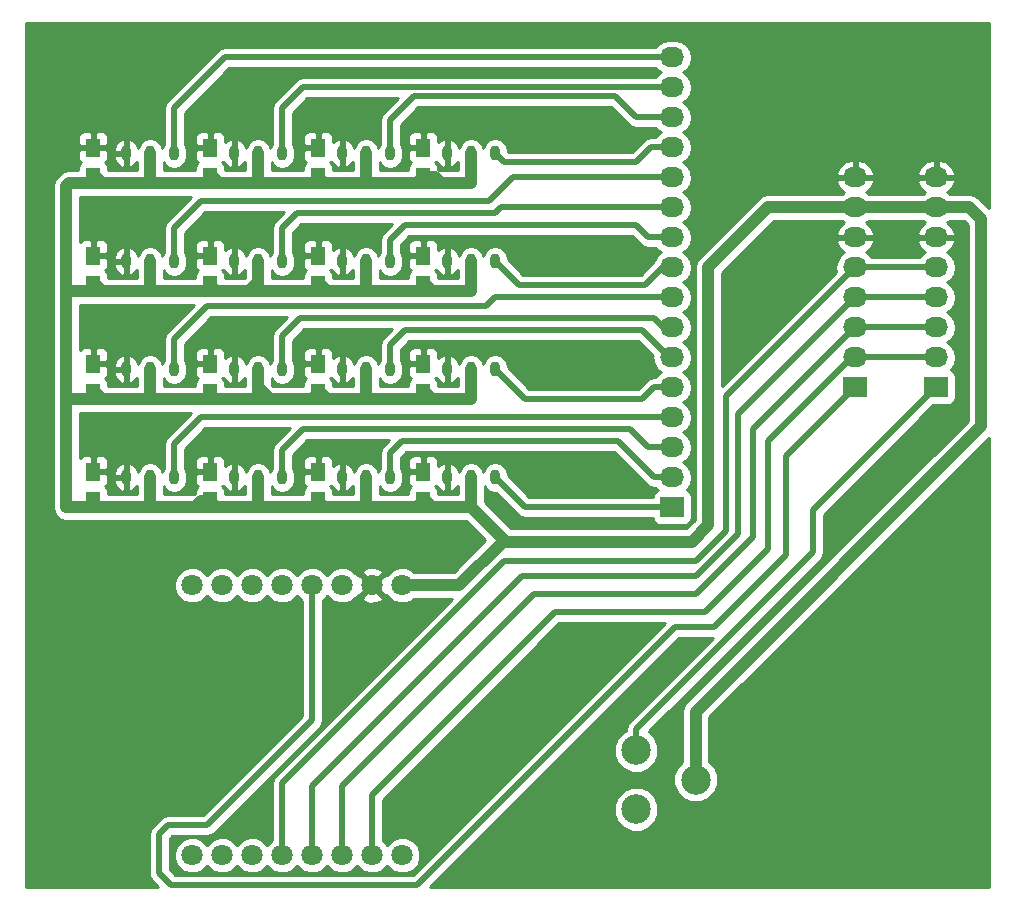
<source format=gbr>
G04 #@! TF.FileFunction,Copper,L1,Top,Signal*
%FSLAX46Y46*%
G04 Gerber Fmt 4.6, Leading zero omitted, Abs format (unit mm)*
G04 Created by KiCad (PCBNEW 4.0.5-e0-6337~52~ubuntu16.10.1) date Thu Jan 26 22:16:01 2017*
%MOMM*%
%LPD*%
G01*
G04 APERTURE LIST*
%ADD10C,0.100000*%
%ADD11C,1.524000*%
%ADD12C,1.800000*%
%ADD13R,2.032000X1.727200*%
%ADD14O,2.032000X1.727200*%
%ADD15O,0.863600X1.270000*%
%ADD16R,1.250000X1.500000*%
%ADD17C,2.499360*%
%ADD18C,0.500000*%
%ADD19C,1.000000*%
%ADD20C,0.254000*%
G04 APERTURE END LIST*
D10*
D11*
X50800000Y-57658000D03*
X59944000Y-57658000D03*
X60452000Y-85598000D03*
X51308000Y-75946000D03*
X60452000Y-76200000D03*
X60706000Y-67564000D03*
D12*
X46990000Y-97028000D03*
X49530000Y-97028000D03*
X52070000Y-97028000D03*
X54610000Y-97028000D03*
X57150000Y-97028000D03*
X59690000Y-97028000D03*
X62230000Y-97028000D03*
X64770000Y-97028000D03*
X64770000Y-119888000D03*
X62230000Y-119888000D03*
X59690000Y-119888000D03*
X57150000Y-119888000D03*
X54610000Y-119888000D03*
X52070000Y-119888000D03*
X49530000Y-119888000D03*
X46990000Y-119888000D03*
D13*
X109982000Y-80264000D03*
D14*
X109982000Y-77724000D03*
X109982000Y-75184000D03*
X109982000Y-72644000D03*
X109982000Y-70104000D03*
X109982000Y-67564000D03*
X109982000Y-65024000D03*
X109982000Y-62484000D03*
D13*
X103124000Y-80264000D03*
D14*
X103124000Y-77724000D03*
X103124000Y-75184000D03*
X103124000Y-72644000D03*
X103124000Y-70104000D03*
X103124000Y-67564000D03*
X103124000Y-65024000D03*
X103124000Y-62484000D03*
D13*
X87630000Y-90424000D03*
D14*
X87630000Y-87884000D03*
X87630000Y-85344000D03*
X87630000Y-82804000D03*
X87630000Y-80264000D03*
X87630000Y-77724000D03*
X87630000Y-75184000D03*
X87630000Y-72644000D03*
X87630000Y-70104000D03*
X87630000Y-67564000D03*
X87630000Y-65024000D03*
X87630000Y-62484000D03*
X87630000Y-59944000D03*
X87630000Y-57404000D03*
X87630000Y-54864000D03*
X87630000Y-52324000D03*
D15*
X43434000Y-60452000D03*
X41402000Y-60452000D03*
X45466000Y-60452000D03*
X52578000Y-60452000D03*
X50546000Y-60452000D03*
X54610000Y-60452000D03*
X61722000Y-60452000D03*
X59690000Y-60452000D03*
X63754000Y-60452000D03*
X70612000Y-60452000D03*
X68580000Y-60452000D03*
X72644000Y-60452000D03*
X43434000Y-69596000D03*
X41402000Y-69596000D03*
X45466000Y-69596000D03*
X52578000Y-69596000D03*
X50546000Y-69596000D03*
X54610000Y-69596000D03*
X61722000Y-69596000D03*
X59690000Y-69596000D03*
X63754000Y-69596000D03*
X70612000Y-69596000D03*
X68580000Y-69596000D03*
X72644000Y-69596000D03*
X43434000Y-78740000D03*
X41402000Y-78740000D03*
X45466000Y-78740000D03*
X52578000Y-78740000D03*
X50546000Y-78740000D03*
X54610000Y-78740000D03*
X61722000Y-78740000D03*
X59690000Y-78740000D03*
X63754000Y-78740000D03*
X70612000Y-78740000D03*
X68580000Y-78740000D03*
X72644000Y-78740000D03*
X43434000Y-87884000D03*
X41402000Y-87884000D03*
X45466000Y-87884000D03*
X52578000Y-87884000D03*
X50546000Y-87884000D03*
X54610000Y-87884000D03*
X61722000Y-87884000D03*
X59690000Y-87884000D03*
X63754000Y-87884000D03*
X70612000Y-87884000D03*
X68580000Y-87884000D03*
X72644000Y-87884000D03*
D16*
X38608000Y-62464000D03*
X38608000Y-59964000D03*
X38608000Y-71608000D03*
X38608000Y-69108000D03*
X38608000Y-80752000D03*
X38608000Y-78252000D03*
X38608000Y-89896000D03*
X38608000Y-87396000D03*
X48514000Y-62464000D03*
X48514000Y-59964000D03*
X48514000Y-71608000D03*
X48514000Y-69108000D03*
X57658000Y-62464000D03*
X57658000Y-59964000D03*
X66548000Y-62464000D03*
X66548000Y-59964000D03*
X57658000Y-71608000D03*
X57658000Y-69108000D03*
X66548000Y-71608000D03*
X66548000Y-69108000D03*
X48514000Y-80752000D03*
X48514000Y-78252000D03*
X57658000Y-80752000D03*
X57658000Y-78252000D03*
X66548000Y-80752000D03*
X66548000Y-78252000D03*
X48514000Y-89896000D03*
X48514000Y-87396000D03*
X57658000Y-89896000D03*
X57658000Y-87396000D03*
X66548000Y-89896000D03*
X66548000Y-87396000D03*
D17*
X89621360Y-113497360D03*
X84582000Y-115996720D03*
X84582000Y-110998000D03*
D11*
X80772000Y-58674000D03*
X80772000Y-69596000D03*
X80772000Y-78740000D03*
X81026000Y-87884000D03*
X51308000Y-67056000D03*
X51308000Y-85344000D03*
X43180000Y-66802000D03*
X43180000Y-75946000D03*
X43180000Y-85344000D03*
D18*
X84582000Y-110998000D02*
X84582000Y-109220000D01*
X99568000Y-90678000D02*
X109982000Y-80264000D01*
X99568000Y-94234000D02*
X99568000Y-90678000D01*
X84582000Y-109220000D02*
X99568000Y-94234000D01*
X109982000Y-77724000D02*
X103124000Y-77724000D01*
X103124000Y-77724000D02*
X102870000Y-77724000D01*
X102870000Y-77724000D02*
X95758000Y-84836000D01*
X95758000Y-84836000D02*
X95758000Y-93980000D01*
X95758000Y-93980000D02*
X90424000Y-99314000D01*
X90424000Y-99314000D02*
X77724000Y-99314000D01*
X77724000Y-99314000D02*
X62230000Y-114808000D01*
X62230000Y-114808000D02*
X62230000Y-119888000D01*
X103124000Y-75184000D02*
X109982000Y-75184000D01*
X59690000Y-119888000D02*
X59690000Y-114046000D01*
X94488000Y-83820000D02*
X103124000Y-75184000D01*
X94488000Y-92964000D02*
X94488000Y-83820000D01*
X89662000Y-97790000D02*
X94488000Y-92964000D01*
X75946000Y-97790000D02*
X89662000Y-97790000D01*
X59690000Y-114046000D02*
X75946000Y-97790000D01*
X109982000Y-72644000D02*
X103124000Y-72644000D01*
X57150000Y-119888000D02*
X57150000Y-114046000D01*
X93218000Y-82550000D02*
X103124000Y-72644000D01*
X93218000Y-92710000D02*
X93218000Y-82550000D01*
X89662000Y-96266000D02*
X93218000Y-92710000D01*
X74930000Y-96266000D02*
X89662000Y-96266000D01*
X57150000Y-114046000D02*
X74930000Y-96266000D01*
X109982000Y-70104000D02*
X103124000Y-70104000D01*
X54610000Y-119888000D02*
X54610000Y-113792000D01*
X92202000Y-81026000D02*
X103124000Y-70104000D01*
X92202000Y-92456000D02*
X92202000Y-81026000D01*
X89662000Y-94996000D02*
X92202000Y-92456000D01*
X73406000Y-94996000D02*
X89662000Y-94996000D01*
X54610000Y-113792000D02*
X73406000Y-94996000D01*
D19*
X66548000Y-89896000D02*
X66782000Y-89896000D01*
X66782000Y-89896000D02*
X67310000Y-90424000D01*
X67310000Y-90424000D02*
X70612000Y-90424000D01*
X70612000Y-90424000D02*
X70612000Y-87884000D01*
X61722000Y-90424000D02*
X66020000Y-90424000D01*
X66020000Y-90424000D02*
X66548000Y-89896000D01*
X57658000Y-89896000D02*
X57658000Y-89916000D01*
X57658000Y-89916000D02*
X58166000Y-90424000D01*
X58166000Y-90424000D02*
X61722000Y-90424000D01*
X61722000Y-90424000D02*
X61722000Y-87884000D01*
X57658000Y-89896000D02*
X57658000Y-90170000D01*
X57658000Y-90170000D02*
X57404000Y-90424000D01*
X57404000Y-90424000D02*
X52578000Y-90424000D01*
X52578000Y-90424000D02*
X52578000Y-87884000D01*
X48514000Y-89896000D02*
X47772000Y-89896000D01*
X47244000Y-90424000D02*
X43434000Y-90424000D01*
X47772000Y-89896000D02*
X47244000Y-90424000D01*
X43434000Y-90424000D02*
X43434000Y-89408000D01*
X48514000Y-89896000D02*
X48514000Y-89916000D01*
X48514000Y-89916000D02*
X49022000Y-90424000D01*
X49022000Y-90424000D02*
X52578000Y-90424000D01*
X52578000Y-90424000D02*
X52578000Y-87884000D01*
X38608000Y-89896000D02*
X38608000Y-90170000D01*
X38608000Y-90170000D02*
X38862000Y-90424000D01*
X38862000Y-90424000D02*
X43434000Y-90424000D01*
X43434000Y-90424000D02*
X43434000Y-89408000D01*
X43434000Y-89408000D02*
X43434000Y-87884000D01*
X43434000Y-78740000D02*
X43434000Y-81280000D01*
X43434000Y-81280000D02*
X39370000Y-81280000D01*
X39370000Y-81280000D02*
X38842000Y-80752000D01*
X38842000Y-80752000D02*
X38608000Y-80752000D01*
X48514000Y-80752000D02*
X48514000Y-81026000D01*
X48514000Y-81026000D02*
X48768000Y-81280000D01*
X48768000Y-81280000D02*
X52578000Y-81280000D01*
X52578000Y-81280000D02*
X52578000Y-78740000D01*
X57658000Y-80752000D02*
X57658000Y-80772000D01*
X57658000Y-80772000D02*
X57150000Y-81280000D01*
X57150000Y-81280000D02*
X53594000Y-81280000D01*
X53594000Y-81280000D02*
X52578000Y-80264000D01*
X52578000Y-80264000D02*
X52578000Y-78740000D01*
X57658000Y-80752000D02*
X57892000Y-80752000D01*
X57892000Y-80752000D02*
X58420000Y-81280000D01*
X58420000Y-81280000D02*
X61722000Y-81280000D01*
X52578000Y-69596000D02*
X52578000Y-71374000D01*
X51816000Y-72136000D02*
X49042000Y-72136000D01*
X52578000Y-71374000D02*
X51816000Y-72136000D01*
X49042000Y-72136000D02*
X48514000Y-71608000D01*
X43434000Y-60452000D02*
X43434000Y-62992000D01*
X40894000Y-62992000D02*
X39370000Y-62992000D01*
X43434000Y-62992000D02*
X40894000Y-62992000D01*
X39370000Y-62992000D02*
X38842000Y-62464000D01*
X38842000Y-62464000D02*
X38608000Y-62464000D01*
X61722000Y-60452000D02*
X61722000Y-62992000D01*
X61722000Y-62992000D02*
X58166000Y-62992000D01*
X58166000Y-62992000D02*
X57658000Y-62484000D01*
X57658000Y-62484000D02*
X57658000Y-62464000D01*
X66548000Y-62464000D02*
X66548000Y-62484000D01*
X66548000Y-62484000D02*
X66040000Y-62992000D01*
X66040000Y-62992000D02*
X61722000Y-62992000D01*
X70612000Y-60452000D02*
X70612000Y-62992000D01*
X70612000Y-62992000D02*
X68072000Y-62992000D01*
X67544000Y-62464000D02*
X66548000Y-62464000D01*
X68072000Y-62992000D02*
X67544000Y-62464000D01*
X89621360Y-113497360D02*
X89621360Y-107736640D01*
X112776000Y-65024000D02*
X109982000Y-65024000D01*
X113792000Y-66040000D02*
X112776000Y-65024000D01*
X113792000Y-83566000D02*
X113792000Y-66040000D01*
X89621360Y-107736640D02*
X113792000Y-83566000D01*
X109982000Y-65024000D02*
X103124000Y-65024000D01*
X73279000Y-93345000D02*
X89281000Y-93345000D01*
X95758000Y-65024000D02*
X103124000Y-65024000D01*
X90678000Y-70104000D02*
X95758000Y-65024000D01*
X90678000Y-91948000D02*
X90678000Y-70104000D01*
X89281000Y-93345000D02*
X90678000Y-91948000D01*
X64770000Y-97028000D02*
X69596000Y-97028000D01*
X69596000Y-97028000D02*
X73279000Y-93345000D01*
X73279000Y-93345000D02*
X73406000Y-93218000D01*
X66548000Y-89896000D02*
X66548000Y-90170000D01*
X66548000Y-90170000D02*
X66294000Y-90424000D01*
X66294000Y-90424000D02*
X66548000Y-89896000D01*
X57658000Y-89916000D02*
X58166000Y-90424000D01*
X58166000Y-90424000D02*
X57658000Y-89896000D01*
X48514000Y-89916000D02*
X49022000Y-90424000D01*
X49022000Y-90424000D02*
X48514000Y-89896000D01*
X38608000Y-90170000D02*
X38862000Y-90424000D01*
X38862000Y-90424000D02*
X38608000Y-89896000D01*
X38608000Y-80752000D02*
X38842000Y-80752000D01*
X38842000Y-80752000D02*
X39370000Y-81280000D01*
X48514000Y-81026000D02*
X48768000Y-81280000D01*
X48768000Y-81280000D02*
X48514000Y-80752000D01*
X57892000Y-80752000D02*
X58420000Y-81280000D01*
X66548000Y-80752000D02*
X66782000Y-80752000D01*
X66782000Y-80752000D02*
X67310000Y-81280000D01*
X66548000Y-71608000D02*
X66782000Y-71608000D01*
X66782000Y-71608000D02*
X67310000Y-72136000D01*
X57658000Y-71608000D02*
X57892000Y-71608000D01*
X57892000Y-71608000D02*
X58420000Y-72136000D01*
X48514000Y-71608000D02*
X48514000Y-71628000D01*
X48514000Y-71628000D02*
X49022000Y-72136000D01*
X49022000Y-72136000D02*
X48514000Y-71608000D01*
X38608000Y-71608000D02*
X38842000Y-71608000D01*
X38842000Y-71608000D02*
X39370000Y-72136000D01*
X38608000Y-62464000D02*
X38842000Y-62464000D01*
X38842000Y-62464000D02*
X39370000Y-62992000D01*
X48514000Y-62464000D02*
X48748000Y-62464000D01*
X48748000Y-62464000D02*
X49276000Y-62992000D01*
X57658000Y-62464000D02*
X57658000Y-62484000D01*
X57658000Y-62484000D02*
X58166000Y-62992000D01*
X58166000Y-62992000D02*
X57658000Y-62464000D01*
X66548000Y-62464000D02*
X66548000Y-62738000D01*
X66548000Y-62738000D02*
X66802000Y-62992000D01*
X66802000Y-62992000D02*
X66548000Y-62464000D01*
X48514000Y-80752000D02*
X48514000Y-81280000D01*
X38608000Y-80752000D02*
X38608000Y-81280000D01*
X73406000Y-93218000D02*
X70612000Y-90424000D01*
X43434000Y-72136000D02*
X39370000Y-72136000D01*
X39370000Y-72136000D02*
X36322000Y-72136000D01*
X36322000Y-72136000D02*
X36576000Y-72136000D01*
X36576000Y-72136000D02*
X36322000Y-72136000D01*
X52578000Y-72136000D02*
X43434000Y-72136000D01*
X43434000Y-72136000D02*
X43434000Y-69596000D01*
X70612000Y-72136000D02*
X67310000Y-72136000D01*
X67310000Y-72136000D02*
X61722000Y-72136000D01*
X61722000Y-72136000D02*
X58420000Y-72136000D01*
X58420000Y-72136000D02*
X52578000Y-72136000D01*
X52578000Y-69596000D02*
X52578000Y-72136000D01*
X61722000Y-69596000D02*
X61722000Y-72136000D01*
X70612000Y-69596000D02*
X70612000Y-72136000D01*
X70612000Y-72136000D02*
X70612000Y-71882000D01*
X36322000Y-81534000D02*
X36322000Y-72136000D01*
X36322000Y-72136000D02*
X36322000Y-63246000D01*
X36576000Y-62992000D02*
X39370000Y-62992000D01*
X36322000Y-63246000D02*
X36576000Y-62992000D01*
X39370000Y-62992000D02*
X49276000Y-62992000D01*
X49276000Y-62992000D02*
X52578000Y-62992000D01*
X36322000Y-90424000D02*
X36322000Y-81534000D01*
X36322000Y-90424000D02*
X70612000Y-90424000D01*
X36322000Y-81534000D02*
X36322000Y-81280000D01*
X70612000Y-78740000D02*
X70612000Y-81280000D01*
X36322000Y-81280000D02*
X39370000Y-81280000D01*
X39370000Y-81280000D02*
X58420000Y-81280000D01*
X58420000Y-81280000D02*
X67310000Y-81280000D01*
X67310000Y-81280000D02*
X70612000Y-81280000D01*
X70612000Y-90424000D02*
X70612000Y-87884000D01*
X43434000Y-60452000D02*
X43434000Y-62484000D01*
X52578000Y-60452000D02*
X52578000Y-62992000D01*
X52578000Y-62992000D02*
X52578000Y-62738000D01*
X52578000Y-62738000D02*
X52578000Y-62992000D01*
X43434000Y-87884000D02*
X43434000Y-90424000D01*
X52578000Y-87884000D02*
X52578000Y-90424000D01*
X61722000Y-87884000D02*
X61722000Y-90424000D01*
X52578000Y-78740000D02*
X52578000Y-81280000D01*
X61722000Y-78740000D02*
X61722000Y-81280000D01*
X52578000Y-62992000D02*
X70612000Y-62992000D01*
D18*
X57150000Y-97028000D02*
X57150000Y-108458000D01*
X97282000Y-86106000D02*
X103124000Y-80264000D01*
X97282000Y-94488000D02*
X97282000Y-86106000D01*
X91186000Y-100584000D02*
X97282000Y-94488000D01*
X87884000Y-100584000D02*
X91186000Y-100584000D01*
X66040000Y-122428000D02*
X87884000Y-100584000D01*
X45212000Y-122428000D02*
X66040000Y-122428000D01*
X44196000Y-121412000D02*
X45212000Y-122428000D01*
X44196000Y-118110000D02*
X44196000Y-121412000D01*
X44958000Y-117348000D02*
X44196000Y-118110000D01*
X48260000Y-117348000D02*
X44958000Y-117348000D01*
X57150000Y-108458000D02*
X48260000Y-117348000D01*
X87630000Y-90424000D02*
X75184000Y-90424000D01*
X75184000Y-90424000D02*
X72644000Y-87884000D01*
X87630000Y-87884000D02*
X86106000Y-87884000D01*
X63754000Y-85852000D02*
X63754000Y-87884000D01*
X64770000Y-84836000D02*
X63754000Y-85852000D01*
X83058000Y-84836000D02*
X64770000Y-84836000D01*
X86106000Y-87884000D02*
X83058000Y-84836000D01*
X87630000Y-85344000D02*
X85598000Y-85344000D01*
X54610000Y-85598000D02*
X54610000Y-87884000D01*
X56388000Y-83820000D02*
X54610000Y-85598000D01*
X84074000Y-83820000D02*
X56388000Y-83820000D01*
X85598000Y-85344000D02*
X84074000Y-83820000D01*
X87630000Y-82804000D02*
X47752000Y-82804000D01*
X45466000Y-85090000D02*
X45466000Y-87884000D01*
X47752000Y-82804000D02*
X45466000Y-85090000D01*
X87630000Y-80264000D02*
X86106000Y-80264000D01*
X75184000Y-81280000D02*
X72644000Y-78740000D01*
X85090000Y-81280000D02*
X75184000Y-81280000D01*
X86106000Y-80264000D02*
X85090000Y-81280000D01*
X87630000Y-77724000D02*
X87376000Y-77724000D01*
X87376000Y-77724000D02*
X85090000Y-75438000D01*
X85090000Y-75438000D02*
X65024000Y-75438000D01*
X65024000Y-75438000D02*
X63754000Y-76708000D01*
X63754000Y-76708000D02*
X63754000Y-78740000D01*
X87630000Y-75184000D02*
X86868000Y-75184000D01*
X86868000Y-75184000D02*
X86106000Y-74422000D01*
X86106000Y-74422000D02*
X56134000Y-74422000D01*
X56134000Y-74422000D02*
X54610000Y-75946000D01*
X54610000Y-75946000D02*
X54610000Y-78740000D01*
X87630000Y-72644000D02*
X72644000Y-72644000D01*
X45466000Y-76200000D02*
X45466000Y-78740000D01*
X48260000Y-73406000D02*
X45466000Y-76200000D01*
X71882000Y-73406000D02*
X48260000Y-73406000D01*
X72644000Y-72644000D02*
X71882000Y-73406000D01*
X87630000Y-70104000D02*
X86868000Y-70104000D01*
X86868000Y-70104000D02*
X85344000Y-71628000D01*
X85344000Y-71628000D02*
X74676000Y-71628000D01*
X74676000Y-71628000D02*
X72644000Y-69596000D01*
X87630000Y-67564000D02*
X85598000Y-67564000D01*
X63754000Y-67818000D02*
X63754000Y-69596000D01*
X65024000Y-66548000D02*
X63754000Y-67818000D01*
X84582000Y-66548000D02*
X65024000Y-66548000D01*
X85598000Y-67564000D02*
X84582000Y-66548000D01*
X87630000Y-65024000D02*
X73152000Y-65024000D01*
X54610000Y-66802000D02*
X54610000Y-69596000D01*
X55880000Y-65532000D02*
X54610000Y-66802000D01*
X72644000Y-65532000D02*
X55880000Y-65532000D01*
X73152000Y-65024000D02*
X72644000Y-65532000D01*
X87630000Y-65024000D02*
X87122000Y-65024000D01*
X87630000Y-62484000D02*
X74168000Y-62484000D01*
X45466000Y-66802000D02*
X45466000Y-69596000D01*
X47752000Y-64516000D02*
X45466000Y-66802000D01*
X72136000Y-64516000D02*
X47752000Y-64516000D01*
X74168000Y-62484000D02*
X72136000Y-64516000D01*
X87630000Y-59944000D02*
X85852000Y-59944000D01*
X73406000Y-61214000D02*
X72644000Y-60452000D01*
X84582000Y-61214000D02*
X73406000Y-61214000D01*
X85852000Y-59944000D02*
X84582000Y-61214000D01*
X87630000Y-57404000D02*
X84582000Y-57404000D01*
X63754000Y-57658000D02*
X63754000Y-60452000D01*
X65786000Y-55626000D02*
X63754000Y-57658000D01*
X82804000Y-55626000D02*
X65786000Y-55626000D01*
X84582000Y-57404000D02*
X82804000Y-55626000D01*
X87630000Y-54864000D02*
X56388000Y-54864000D01*
X54610000Y-56642000D02*
X54610000Y-60452000D01*
X56388000Y-54864000D02*
X54610000Y-56642000D01*
X87630000Y-52324000D02*
X49784000Y-52324000D01*
X45466000Y-56642000D02*
X45466000Y-60452000D01*
X49784000Y-52324000D02*
X45466000Y-56642000D01*
D20*
G36*
X114427000Y-65069868D02*
X113578566Y-64221434D01*
X113455195Y-64139000D01*
X113210346Y-63975397D01*
X112776000Y-63889000D01*
X111113676Y-63889000D01*
X110916931Y-63757539D01*
X111332732Y-63386036D01*
X111586709Y-62858791D01*
X111589358Y-62843026D01*
X111468217Y-62611000D01*
X110109000Y-62611000D01*
X110109000Y-62631000D01*
X109855000Y-62631000D01*
X109855000Y-62611000D01*
X108495783Y-62611000D01*
X108374642Y-62843026D01*
X108377291Y-62858791D01*
X108631268Y-63386036D01*
X109047069Y-63757539D01*
X108850324Y-63889000D01*
X104255676Y-63889000D01*
X104058931Y-63757539D01*
X104474732Y-63386036D01*
X104728709Y-62858791D01*
X104731358Y-62843026D01*
X104610217Y-62611000D01*
X103251000Y-62611000D01*
X103251000Y-62631000D01*
X102997000Y-62631000D01*
X102997000Y-62611000D01*
X101637783Y-62611000D01*
X101516642Y-62843026D01*
X101519291Y-62858791D01*
X101773268Y-63386036D01*
X102189069Y-63757539D01*
X101992324Y-63889000D01*
X95758000Y-63889000D01*
X95323654Y-63975397D01*
X95078805Y-64139000D01*
X94955434Y-64221434D01*
X89875434Y-69301434D01*
X89629397Y-69669654D01*
X89543000Y-70104000D01*
X89543000Y-91477868D01*
X88810868Y-92210000D01*
X74003132Y-92210000D01*
X71747000Y-89953868D01*
X71747000Y-88652920D01*
X71889658Y-88866423D01*
X72235753Y-89097676D01*
X72644000Y-89178881D01*
X72680117Y-89171697D01*
X74558208Y-91049787D01*
X74558210Y-91049790D01*
X74810858Y-91218603D01*
X74845325Y-91241633D01*
X75184000Y-91309000D01*
X85970587Y-91309000D01*
X86010838Y-91522917D01*
X86149910Y-91739041D01*
X86362110Y-91884031D01*
X86614000Y-91935040D01*
X88646000Y-91935040D01*
X88881317Y-91890762D01*
X89097441Y-91751690D01*
X89242431Y-91539490D01*
X89293440Y-91287600D01*
X89293440Y-89560400D01*
X89249162Y-89325083D01*
X89110090Y-89108959D01*
X88897890Y-88963969D01*
X88856561Y-88955600D01*
X88874415Y-88943670D01*
X89199271Y-88457489D01*
X89313345Y-87884000D01*
X89199271Y-87310511D01*
X88874415Y-86824330D01*
X88559634Y-86614000D01*
X88874415Y-86403670D01*
X89199271Y-85917489D01*
X89313345Y-85344000D01*
X89199271Y-84770511D01*
X88874415Y-84284330D01*
X88559634Y-84074000D01*
X88874415Y-83863670D01*
X89199271Y-83377489D01*
X89313345Y-82804000D01*
X89199271Y-82230511D01*
X88874415Y-81744330D01*
X88559634Y-81534000D01*
X88874415Y-81323670D01*
X89199271Y-80837489D01*
X89313345Y-80264000D01*
X89199271Y-79690511D01*
X88874415Y-79204330D01*
X88559634Y-78994000D01*
X88874415Y-78783670D01*
X89199271Y-78297489D01*
X89313345Y-77724000D01*
X89199271Y-77150511D01*
X88874415Y-76664330D01*
X88559634Y-76454000D01*
X88874415Y-76243670D01*
X89199271Y-75757489D01*
X89313345Y-75184000D01*
X89199271Y-74610511D01*
X88874415Y-74124330D01*
X88559634Y-73914000D01*
X88874415Y-73703670D01*
X89199271Y-73217489D01*
X89313345Y-72644000D01*
X89199271Y-72070511D01*
X88874415Y-71584330D01*
X88559634Y-71374000D01*
X88874415Y-71163670D01*
X89199271Y-70677489D01*
X89313345Y-70104000D01*
X89199271Y-69530511D01*
X88874415Y-69044330D01*
X88559634Y-68834000D01*
X88874415Y-68623670D01*
X89199271Y-68137489D01*
X89313345Y-67564000D01*
X89199271Y-66990511D01*
X88874415Y-66504330D01*
X88559634Y-66294000D01*
X88874415Y-66083670D01*
X89199271Y-65597489D01*
X89313345Y-65024000D01*
X89199271Y-64450511D01*
X88874415Y-63964330D01*
X88559634Y-63754000D01*
X88874415Y-63543670D01*
X89199271Y-63057489D01*
X89313345Y-62484000D01*
X89241931Y-62124974D01*
X101516642Y-62124974D01*
X101637783Y-62357000D01*
X102997000Y-62357000D01*
X102997000Y-61143076D01*
X103251000Y-61143076D01*
X103251000Y-62357000D01*
X104610217Y-62357000D01*
X104731358Y-62124974D01*
X108374642Y-62124974D01*
X108495783Y-62357000D01*
X109855000Y-62357000D01*
X109855000Y-61143076D01*
X110109000Y-61143076D01*
X110109000Y-62357000D01*
X111468217Y-62357000D01*
X111589358Y-62124974D01*
X111586709Y-62109209D01*
X111332732Y-61581964D01*
X110896320Y-61192046D01*
X110343913Y-60998816D01*
X110109000Y-61143076D01*
X109855000Y-61143076D01*
X109620087Y-60998816D01*
X109067680Y-61192046D01*
X108631268Y-61581964D01*
X108377291Y-62109209D01*
X108374642Y-62124974D01*
X104731358Y-62124974D01*
X104728709Y-62109209D01*
X104474732Y-61581964D01*
X104038320Y-61192046D01*
X103485913Y-60998816D01*
X103251000Y-61143076D01*
X102997000Y-61143076D01*
X102762087Y-60998816D01*
X102209680Y-61192046D01*
X101773268Y-61581964D01*
X101519291Y-62109209D01*
X101516642Y-62124974D01*
X89241931Y-62124974D01*
X89199271Y-61910511D01*
X88874415Y-61424330D01*
X88559634Y-61214000D01*
X88874415Y-61003670D01*
X89199271Y-60517489D01*
X89313345Y-59944000D01*
X89199271Y-59370511D01*
X88874415Y-58884330D01*
X88559634Y-58674000D01*
X88874415Y-58463670D01*
X89199271Y-57977489D01*
X89313345Y-57404000D01*
X89199271Y-56830511D01*
X88874415Y-56344330D01*
X88559634Y-56134000D01*
X88874415Y-55923670D01*
X89199271Y-55437489D01*
X89313345Y-54864000D01*
X89199271Y-54290511D01*
X88874415Y-53804330D01*
X88559634Y-53594000D01*
X88874415Y-53383670D01*
X89199271Y-52897489D01*
X89313345Y-52324000D01*
X89199271Y-51750511D01*
X88874415Y-51264330D01*
X88388234Y-50939474D01*
X87814745Y-50825400D01*
X87445255Y-50825400D01*
X86871766Y-50939474D01*
X86385585Y-51264330D01*
X86268874Y-51439000D01*
X49784005Y-51439000D01*
X49784000Y-51438999D01*
X49445325Y-51506367D01*
X49158210Y-51698210D01*
X49158208Y-51698213D01*
X44840210Y-56016210D01*
X44648367Y-56303325D01*
X44648367Y-56303326D01*
X44580999Y-56642000D01*
X44581000Y-56642005D01*
X44581000Y-59665121D01*
X44480405Y-59815672D01*
X44450000Y-59968529D01*
X44419595Y-59815672D01*
X44188342Y-59469577D01*
X43842247Y-59238324D01*
X43434000Y-59157119D01*
X43025753Y-59238324D01*
X42679658Y-59469577D01*
X42448405Y-59815672D01*
X42417906Y-59969001D01*
X42417727Y-59969268D01*
X42355264Y-59754009D01*
X42093353Y-59426874D01*
X41726189Y-59224870D01*
X41693134Y-59222494D01*
X41529000Y-59349675D01*
X41529000Y-60325000D01*
X41549000Y-60325000D01*
X41549000Y-60579000D01*
X41529000Y-60579000D01*
X41529000Y-61554325D01*
X41693134Y-61681506D01*
X41726189Y-61679130D01*
X42093353Y-61477126D01*
X42299000Y-61220266D01*
X42299000Y-61857000D01*
X39880440Y-61857000D01*
X39880440Y-61714000D01*
X39836162Y-61478683D01*
X39697090Y-61262559D01*
X39628994Y-61216031D01*
X39771327Y-61073698D01*
X39868000Y-60840309D01*
X39868000Y-60747529D01*
X40331951Y-60747529D01*
X40448736Y-61149991D01*
X40710647Y-61477126D01*
X41077811Y-61679130D01*
X41110866Y-61681506D01*
X41275000Y-61554325D01*
X41275000Y-60579000D01*
X40489432Y-60579000D01*
X40331951Y-60747529D01*
X39868000Y-60747529D01*
X39868000Y-60249750D01*
X39774721Y-60156471D01*
X40331951Y-60156471D01*
X40489432Y-60325000D01*
X41275000Y-60325000D01*
X41275000Y-59349675D01*
X41110866Y-59222494D01*
X41077811Y-59224870D01*
X40710647Y-59426874D01*
X40448736Y-59754009D01*
X40331951Y-60156471D01*
X39774721Y-60156471D01*
X39709250Y-60091000D01*
X38735000Y-60091000D01*
X38735000Y-60111000D01*
X38481000Y-60111000D01*
X38481000Y-60091000D01*
X37506750Y-60091000D01*
X37348000Y-60249750D01*
X37348000Y-60840309D01*
X37444673Y-61073698D01*
X37585910Y-61214936D01*
X37531559Y-61249910D01*
X37386569Y-61462110D01*
X37335560Y-61714000D01*
X37335560Y-61857000D01*
X36576000Y-61857000D01*
X36141654Y-61943397D01*
X35893499Y-62109209D01*
X35773434Y-62189434D01*
X35519434Y-62443434D01*
X35273397Y-62811654D01*
X35187000Y-63246000D01*
X35187000Y-90424000D01*
X35273397Y-90858346D01*
X35519434Y-91226566D01*
X35887654Y-91472603D01*
X36322000Y-91559000D01*
X70141868Y-91559000D01*
X71800868Y-93218000D01*
X69125868Y-95893000D01*
X65805905Y-95893000D01*
X65640643Y-95727449D01*
X65076670Y-95493267D01*
X64466009Y-95492735D01*
X63901629Y-95725932D01*
X63469449Y-96157357D01*
X63460797Y-96178194D01*
X63310159Y-96127446D01*
X62409605Y-97028000D01*
X63310159Y-97928554D01*
X63460327Y-97877965D01*
X63467932Y-97896371D01*
X63899357Y-98328551D01*
X64463330Y-98562733D01*
X65073991Y-98563265D01*
X65638371Y-98330068D01*
X65805731Y-98163000D01*
X68987421Y-98163000D01*
X53984210Y-113166210D01*
X53792367Y-113453325D01*
X53792367Y-113453326D01*
X53724999Y-113792000D01*
X53725000Y-113792005D01*
X53725000Y-118602532D01*
X53339677Y-118987182D01*
X52940643Y-118587449D01*
X52376670Y-118353267D01*
X51766009Y-118352735D01*
X51201629Y-118585932D01*
X50799677Y-118987182D01*
X50400643Y-118587449D01*
X49836670Y-118353267D01*
X49226009Y-118352735D01*
X48661629Y-118585932D01*
X48259677Y-118987182D01*
X47860643Y-118587449D01*
X47296670Y-118353267D01*
X46686009Y-118352735D01*
X46121629Y-118585932D01*
X45689449Y-119017357D01*
X45455267Y-119581330D01*
X45454735Y-120191991D01*
X45687932Y-120756371D01*
X46119357Y-121188551D01*
X46683330Y-121422733D01*
X47293991Y-121423265D01*
X47858371Y-121190068D01*
X48260323Y-120788818D01*
X48659357Y-121188551D01*
X49223330Y-121422733D01*
X49833991Y-121423265D01*
X50398371Y-121190068D01*
X50800323Y-120788818D01*
X51199357Y-121188551D01*
X51763330Y-121422733D01*
X52373991Y-121423265D01*
X52938371Y-121190068D01*
X53340323Y-120788818D01*
X53739357Y-121188551D01*
X54303330Y-121422733D01*
X54913991Y-121423265D01*
X55478371Y-121190068D01*
X55880323Y-120788818D01*
X56279357Y-121188551D01*
X56843330Y-121422733D01*
X57453991Y-121423265D01*
X58018371Y-121190068D01*
X58420323Y-120788818D01*
X58819357Y-121188551D01*
X59383330Y-121422733D01*
X59993991Y-121423265D01*
X60558371Y-121190068D01*
X60960323Y-120788818D01*
X61359357Y-121188551D01*
X61923330Y-121422733D01*
X62533991Y-121423265D01*
X63098371Y-121190068D01*
X63500323Y-120788818D01*
X63899357Y-121188551D01*
X64463330Y-121422733D01*
X65073991Y-121423265D01*
X65638371Y-121190068D01*
X66070551Y-120758643D01*
X66304733Y-120194670D01*
X66305265Y-119584009D01*
X66072068Y-119019629D01*
X65640643Y-118587449D01*
X65076670Y-118353267D01*
X64466009Y-118352735D01*
X63901629Y-118585932D01*
X63499677Y-118987182D01*
X63115000Y-118601831D01*
X63115000Y-115174580D01*
X78090579Y-100199000D01*
X87017421Y-100199000D01*
X65673420Y-121543000D01*
X45578579Y-121543000D01*
X45081000Y-121045420D01*
X45081000Y-118476580D01*
X45324579Y-118233000D01*
X48259995Y-118233000D01*
X48260000Y-118233001D01*
X48542484Y-118176810D01*
X48598675Y-118165633D01*
X48885790Y-117973790D01*
X48885791Y-117973789D01*
X57775787Y-109083792D01*
X57775790Y-109083790D01*
X57967633Y-108796675D01*
X57967634Y-108796674D01*
X58035001Y-108458000D01*
X58035000Y-108457995D01*
X58035000Y-98313468D01*
X58420323Y-97928818D01*
X58819357Y-98328551D01*
X59383330Y-98562733D01*
X59993991Y-98563265D01*
X60558371Y-98330068D01*
X60780668Y-98108159D01*
X61329446Y-98108159D01*
X61415852Y-98364643D01*
X61989336Y-98574458D01*
X62599460Y-98548839D01*
X63044148Y-98364643D01*
X63130554Y-98108159D01*
X62230000Y-97207605D01*
X61329446Y-98108159D01*
X60780668Y-98108159D01*
X60990551Y-97898643D01*
X60999203Y-97877806D01*
X61149841Y-97928554D01*
X62050395Y-97028000D01*
X61149841Y-96127446D01*
X60999673Y-96178035D01*
X60992068Y-96159629D01*
X60780650Y-95947841D01*
X61329446Y-95947841D01*
X62230000Y-96848395D01*
X63130554Y-95947841D01*
X63044148Y-95691357D01*
X62470664Y-95481542D01*
X61860540Y-95507161D01*
X61415852Y-95691357D01*
X61329446Y-95947841D01*
X60780650Y-95947841D01*
X60560643Y-95727449D01*
X59996670Y-95493267D01*
X59386009Y-95492735D01*
X58821629Y-95725932D01*
X58419677Y-96127182D01*
X58020643Y-95727449D01*
X57456670Y-95493267D01*
X56846009Y-95492735D01*
X56281629Y-95725932D01*
X55879677Y-96127182D01*
X55480643Y-95727449D01*
X54916670Y-95493267D01*
X54306009Y-95492735D01*
X53741629Y-95725932D01*
X53339677Y-96127182D01*
X52940643Y-95727449D01*
X52376670Y-95493267D01*
X51766009Y-95492735D01*
X51201629Y-95725932D01*
X50799677Y-96127182D01*
X50400643Y-95727449D01*
X49836670Y-95493267D01*
X49226009Y-95492735D01*
X48661629Y-95725932D01*
X48259677Y-96127182D01*
X47860643Y-95727449D01*
X47296670Y-95493267D01*
X46686009Y-95492735D01*
X46121629Y-95725932D01*
X45689449Y-96157357D01*
X45455267Y-96721330D01*
X45454735Y-97331991D01*
X45687932Y-97896371D01*
X46119357Y-98328551D01*
X46683330Y-98562733D01*
X47293991Y-98563265D01*
X47858371Y-98330068D01*
X48260323Y-97928818D01*
X48659357Y-98328551D01*
X49223330Y-98562733D01*
X49833991Y-98563265D01*
X50398371Y-98330068D01*
X50800323Y-97928818D01*
X51199357Y-98328551D01*
X51763330Y-98562733D01*
X52373991Y-98563265D01*
X52938371Y-98330068D01*
X53340323Y-97928818D01*
X53739357Y-98328551D01*
X54303330Y-98562733D01*
X54913991Y-98563265D01*
X55478371Y-98330068D01*
X55880323Y-97928818D01*
X56265000Y-98314169D01*
X56265000Y-108091421D01*
X47893420Y-116463000D01*
X44958005Y-116463000D01*
X44958000Y-116462999D01*
X44675516Y-116519190D01*
X44619325Y-116530367D01*
X44332210Y-116722210D01*
X44332208Y-116722213D01*
X43570210Y-117484210D01*
X43378367Y-117771325D01*
X43378367Y-117771326D01*
X43310999Y-118110000D01*
X43311000Y-118110005D01*
X43311000Y-121411995D01*
X43310999Y-121412000D01*
X43350458Y-121610367D01*
X43378367Y-121750675D01*
X43570210Y-122037790D01*
X44087421Y-122555000D01*
X32893000Y-122555000D01*
X32893000Y-59087691D01*
X37348000Y-59087691D01*
X37348000Y-59678250D01*
X37506750Y-59837000D01*
X38481000Y-59837000D01*
X38481000Y-58737750D01*
X38735000Y-58737750D01*
X38735000Y-59837000D01*
X39709250Y-59837000D01*
X39868000Y-59678250D01*
X39868000Y-59087691D01*
X39771327Y-58854302D01*
X39592699Y-58675673D01*
X39359310Y-58579000D01*
X38893750Y-58579000D01*
X38735000Y-58737750D01*
X38481000Y-58737750D01*
X38322250Y-58579000D01*
X37856690Y-58579000D01*
X37623301Y-58675673D01*
X37444673Y-58854302D01*
X37348000Y-59087691D01*
X32893000Y-59087691D01*
X32893000Y-49403000D01*
X114427000Y-49403000D01*
X114427000Y-65069868D01*
X114427000Y-65069868D01*
G37*
X114427000Y-65069868D02*
X113578566Y-64221434D01*
X113455195Y-64139000D01*
X113210346Y-63975397D01*
X112776000Y-63889000D01*
X111113676Y-63889000D01*
X110916931Y-63757539D01*
X111332732Y-63386036D01*
X111586709Y-62858791D01*
X111589358Y-62843026D01*
X111468217Y-62611000D01*
X110109000Y-62611000D01*
X110109000Y-62631000D01*
X109855000Y-62631000D01*
X109855000Y-62611000D01*
X108495783Y-62611000D01*
X108374642Y-62843026D01*
X108377291Y-62858791D01*
X108631268Y-63386036D01*
X109047069Y-63757539D01*
X108850324Y-63889000D01*
X104255676Y-63889000D01*
X104058931Y-63757539D01*
X104474732Y-63386036D01*
X104728709Y-62858791D01*
X104731358Y-62843026D01*
X104610217Y-62611000D01*
X103251000Y-62611000D01*
X103251000Y-62631000D01*
X102997000Y-62631000D01*
X102997000Y-62611000D01*
X101637783Y-62611000D01*
X101516642Y-62843026D01*
X101519291Y-62858791D01*
X101773268Y-63386036D01*
X102189069Y-63757539D01*
X101992324Y-63889000D01*
X95758000Y-63889000D01*
X95323654Y-63975397D01*
X95078805Y-64139000D01*
X94955434Y-64221434D01*
X89875434Y-69301434D01*
X89629397Y-69669654D01*
X89543000Y-70104000D01*
X89543000Y-91477868D01*
X88810868Y-92210000D01*
X74003132Y-92210000D01*
X71747000Y-89953868D01*
X71747000Y-88652920D01*
X71889658Y-88866423D01*
X72235753Y-89097676D01*
X72644000Y-89178881D01*
X72680117Y-89171697D01*
X74558208Y-91049787D01*
X74558210Y-91049790D01*
X74810858Y-91218603D01*
X74845325Y-91241633D01*
X75184000Y-91309000D01*
X85970587Y-91309000D01*
X86010838Y-91522917D01*
X86149910Y-91739041D01*
X86362110Y-91884031D01*
X86614000Y-91935040D01*
X88646000Y-91935040D01*
X88881317Y-91890762D01*
X89097441Y-91751690D01*
X89242431Y-91539490D01*
X89293440Y-91287600D01*
X89293440Y-89560400D01*
X89249162Y-89325083D01*
X89110090Y-89108959D01*
X88897890Y-88963969D01*
X88856561Y-88955600D01*
X88874415Y-88943670D01*
X89199271Y-88457489D01*
X89313345Y-87884000D01*
X89199271Y-87310511D01*
X88874415Y-86824330D01*
X88559634Y-86614000D01*
X88874415Y-86403670D01*
X89199271Y-85917489D01*
X89313345Y-85344000D01*
X89199271Y-84770511D01*
X88874415Y-84284330D01*
X88559634Y-84074000D01*
X88874415Y-83863670D01*
X89199271Y-83377489D01*
X89313345Y-82804000D01*
X89199271Y-82230511D01*
X88874415Y-81744330D01*
X88559634Y-81534000D01*
X88874415Y-81323670D01*
X89199271Y-80837489D01*
X89313345Y-80264000D01*
X89199271Y-79690511D01*
X88874415Y-79204330D01*
X88559634Y-78994000D01*
X88874415Y-78783670D01*
X89199271Y-78297489D01*
X89313345Y-77724000D01*
X89199271Y-77150511D01*
X88874415Y-76664330D01*
X88559634Y-76454000D01*
X88874415Y-76243670D01*
X89199271Y-75757489D01*
X89313345Y-75184000D01*
X89199271Y-74610511D01*
X88874415Y-74124330D01*
X88559634Y-73914000D01*
X88874415Y-73703670D01*
X89199271Y-73217489D01*
X89313345Y-72644000D01*
X89199271Y-72070511D01*
X88874415Y-71584330D01*
X88559634Y-71374000D01*
X88874415Y-71163670D01*
X89199271Y-70677489D01*
X89313345Y-70104000D01*
X89199271Y-69530511D01*
X88874415Y-69044330D01*
X88559634Y-68834000D01*
X88874415Y-68623670D01*
X89199271Y-68137489D01*
X89313345Y-67564000D01*
X89199271Y-66990511D01*
X88874415Y-66504330D01*
X88559634Y-66294000D01*
X88874415Y-66083670D01*
X89199271Y-65597489D01*
X89313345Y-65024000D01*
X89199271Y-64450511D01*
X88874415Y-63964330D01*
X88559634Y-63754000D01*
X88874415Y-63543670D01*
X89199271Y-63057489D01*
X89313345Y-62484000D01*
X89241931Y-62124974D01*
X101516642Y-62124974D01*
X101637783Y-62357000D01*
X102997000Y-62357000D01*
X102997000Y-61143076D01*
X103251000Y-61143076D01*
X103251000Y-62357000D01*
X104610217Y-62357000D01*
X104731358Y-62124974D01*
X108374642Y-62124974D01*
X108495783Y-62357000D01*
X109855000Y-62357000D01*
X109855000Y-61143076D01*
X110109000Y-61143076D01*
X110109000Y-62357000D01*
X111468217Y-62357000D01*
X111589358Y-62124974D01*
X111586709Y-62109209D01*
X111332732Y-61581964D01*
X110896320Y-61192046D01*
X110343913Y-60998816D01*
X110109000Y-61143076D01*
X109855000Y-61143076D01*
X109620087Y-60998816D01*
X109067680Y-61192046D01*
X108631268Y-61581964D01*
X108377291Y-62109209D01*
X108374642Y-62124974D01*
X104731358Y-62124974D01*
X104728709Y-62109209D01*
X104474732Y-61581964D01*
X104038320Y-61192046D01*
X103485913Y-60998816D01*
X103251000Y-61143076D01*
X102997000Y-61143076D01*
X102762087Y-60998816D01*
X102209680Y-61192046D01*
X101773268Y-61581964D01*
X101519291Y-62109209D01*
X101516642Y-62124974D01*
X89241931Y-62124974D01*
X89199271Y-61910511D01*
X88874415Y-61424330D01*
X88559634Y-61214000D01*
X88874415Y-61003670D01*
X89199271Y-60517489D01*
X89313345Y-59944000D01*
X89199271Y-59370511D01*
X88874415Y-58884330D01*
X88559634Y-58674000D01*
X88874415Y-58463670D01*
X89199271Y-57977489D01*
X89313345Y-57404000D01*
X89199271Y-56830511D01*
X88874415Y-56344330D01*
X88559634Y-56134000D01*
X88874415Y-55923670D01*
X89199271Y-55437489D01*
X89313345Y-54864000D01*
X89199271Y-54290511D01*
X88874415Y-53804330D01*
X88559634Y-53594000D01*
X88874415Y-53383670D01*
X89199271Y-52897489D01*
X89313345Y-52324000D01*
X89199271Y-51750511D01*
X88874415Y-51264330D01*
X88388234Y-50939474D01*
X87814745Y-50825400D01*
X87445255Y-50825400D01*
X86871766Y-50939474D01*
X86385585Y-51264330D01*
X86268874Y-51439000D01*
X49784005Y-51439000D01*
X49784000Y-51438999D01*
X49445325Y-51506367D01*
X49158210Y-51698210D01*
X49158208Y-51698213D01*
X44840210Y-56016210D01*
X44648367Y-56303325D01*
X44648367Y-56303326D01*
X44580999Y-56642000D01*
X44581000Y-56642005D01*
X44581000Y-59665121D01*
X44480405Y-59815672D01*
X44450000Y-59968529D01*
X44419595Y-59815672D01*
X44188342Y-59469577D01*
X43842247Y-59238324D01*
X43434000Y-59157119D01*
X43025753Y-59238324D01*
X42679658Y-59469577D01*
X42448405Y-59815672D01*
X42417906Y-59969001D01*
X42417727Y-59969268D01*
X42355264Y-59754009D01*
X42093353Y-59426874D01*
X41726189Y-59224870D01*
X41693134Y-59222494D01*
X41529000Y-59349675D01*
X41529000Y-60325000D01*
X41549000Y-60325000D01*
X41549000Y-60579000D01*
X41529000Y-60579000D01*
X41529000Y-61554325D01*
X41693134Y-61681506D01*
X41726189Y-61679130D01*
X42093353Y-61477126D01*
X42299000Y-61220266D01*
X42299000Y-61857000D01*
X39880440Y-61857000D01*
X39880440Y-61714000D01*
X39836162Y-61478683D01*
X39697090Y-61262559D01*
X39628994Y-61216031D01*
X39771327Y-61073698D01*
X39868000Y-60840309D01*
X39868000Y-60747529D01*
X40331951Y-60747529D01*
X40448736Y-61149991D01*
X40710647Y-61477126D01*
X41077811Y-61679130D01*
X41110866Y-61681506D01*
X41275000Y-61554325D01*
X41275000Y-60579000D01*
X40489432Y-60579000D01*
X40331951Y-60747529D01*
X39868000Y-60747529D01*
X39868000Y-60249750D01*
X39774721Y-60156471D01*
X40331951Y-60156471D01*
X40489432Y-60325000D01*
X41275000Y-60325000D01*
X41275000Y-59349675D01*
X41110866Y-59222494D01*
X41077811Y-59224870D01*
X40710647Y-59426874D01*
X40448736Y-59754009D01*
X40331951Y-60156471D01*
X39774721Y-60156471D01*
X39709250Y-60091000D01*
X38735000Y-60091000D01*
X38735000Y-60111000D01*
X38481000Y-60111000D01*
X38481000Y-60091000D01*
X37506750Y-60091000D01*
X37348000Y-60249750D01*
X37348000Y-60840309D01*
X37444673Y-61073698D01*
X37585910Y-61214936D01*
X37531559Y-61249910D01*
X37386569Y-61462110D01*
X37335560Y-61714000D01*
X37335560Y-61857000D01*
X36576000Y-61857000D01*
X36141654Y-61943397D01*
X35893499Y-62109209D01*
X35773434Y-62189434D01*
X35519434Y-62443434D01*
X35273397Y-62811654D01*
X35187000Y-63246000D01*
X35187000Y-90424000D01*
X35273397Y-90858346D01*
X35519434Y-91226566D01*
X35887654Y-91472603D01*
X36322000Y-91559000D01*
X70141868Y-91559000D01*
X71800868Y-93218000D01*
X69125868Y-95893000D01*
X65805905Y-95893000D01*
X65640643Y-95727449D01*
X65076670Y-95493267D01*
X64466009Y-95492735D01*
X63901629Y-95725932D01*
X63469449Y-96157357D01*
X63460797Y-96178194D01*
X63310159Y-96127446D01*
X62409605Y-97028000D01*
X63310159Y-97928554D01*
X63460327Y-97877965D01*
X63467932Y-97896371D01*
X63899357Y-98328551D01*
X64463330Y-98562733D01*
X65073991Y-98563265D01*
X65638371Y-98330068D01*
X65805731Y-98163000D01*
X68987421Y-98163000D01*
X53984210Y-113166210D01*
X53792367Y-113453325D01*
X53792367Y-113453326D01*
X53724999Y-113792000D01*
X53725000Y-113792005D01*
X53725000Y-118602532D01*
X53339677Y-118987182D01*
X52940643Y-118587449D01*
X52376670Y-118353267D01*
X51766009Y-118352735D01*
X51201629Y-118585932D01*
X50799677Y-118987182D01*
X50400643Y-118587449D01*
X49836670Y-118353267D01*
X49226009Y-118352735D01*
X48661629Y-118585932D01*
X48259677Y-118987182D01*
X47860643Y-118587449D01*
X47296670Y-118353267D01*
X46686009Y-118352735D01*
X46121629Y-118585932D01*
X45689449Y-119017357D01*
X45455267Y-119581330D01*
X45454735Y-120191991D01*
X45687932Y-120756371D01*
X46119357Y-121188551D01*
X46683330Y-121422733D01*
X47293991Y-121423265D01*
X47858371Y-121190068D01*
X48260323Y-120788818D01*
X48659357Y-121188551D01*
X49223330Y-121422733D01*
X49833991Y-121423265D01*
X50398371Y-121190068D01*
X50800323Y-120788818D01*
X51199357Y-121188551D01*
X51763330Y-121422733D01*
X52373991Y-121423265D01*
X52938371Y-121190068D01*
X53340323Y-120788818D01*
X53739357Y-121188551D01*
X54303330Y-121422733D01*
X54913991Y-121423265D01*
X55478371Y-121190068D01*
X55880323Y-120788818D01*
X56279357Y-121188551D01*
X56843330Y-121422733D01*
X57453991Y-121423265D01*
X58018371Y-121190068D01*
X58420323Y-120788818D01*
X58819357Y-121188551D01*
X59383330Y-121422733D01*
X59993991Y-121423265D01*
X60558371Y-121190068D01*
X60960323Y-120788818D01*
X61359357Y-121188551D01*
X61923330Y-121422733D01*
X62533991Y-121423265D01*
X63098371Y-121190068D01*
X63500323Y-120788818D01*
X63899357Y-121188551D01*
X64463330Y-121422733D01*
X65073991Y-121423265D01*
X65638371Y-121190068D01*
X66070551Y-120758643D01*
X66304733Y-120194670D01*
X66305265Y-119584009D01*
X66072068Y-119019629D01*
X65640643Y-118587449D01*
X65076670Y-118353267D01*
X64466009Y-118352735D01*
X63901629Y-118585932D01*
X63499677Y-118987182D01*
X63115000Y-118601831D01*
X63115000Y-115174580D01*
X78090579Y-100199000D01*
X87017421Y-100199000D01*
X65673420Y-121543000D01*
X45578579Y-121543000D01*
X45081000Y-121045420D01*
X45081000Y-118476580D01*
X45324579Y-118233000D01*
X48259995Y-118233000D01*
X48260000Y-118233001D01*
X48542484Y-118176810D01*
X48598675Y-118165633D01*
X48885790Y-117973790D01*
X48885791Y-117973789D01*
X57775787Y-109083792D01*
X57775790Y-109083790D01*
X57967633Y-108796675D01*
X57967634Y-108796674D01*
X58035001Y-108458000D01*
X58035000Y-108457995D01*
X58035000Y-98313468D01*
X58420323Y-97928818D01*
X58819357Y-98328551D01*
X59383330Y-98562733D01*
X59993991Y-98563265D01*
X60558371Y-98330068D01*
X60780668Y-98108159D01*
X61329446Y-98108159D01*
X61415852Y-98364643D01*
X61989336Y-98574458D01*
X62599460Y-98548839D01*
X63044148Y-98364643D01*
X63130554Y-98108159D01*
X62230000Y-97207605D01*
X61329446Y-98108159D01*
X60780668Y-98108159D01*
X60990551Y-97898643D01*
X60999203Y-97877806D01*
X61149841Y-97928554D01*
X62050395Y-97028000D01*
X61149841Y-96127446D01*
X60999673Y-96178035D01*
X60992068Y-96159629D01*
X60780650Y-95947841D01*
X61329446Y-95947841D01*
X62230000Y-96848395D01*
X63130554Y-95947841D01*
X63044148Y-95691357D01*
X62470664Y-95481542D01*
X61860540Y-95507161D01*
X61415852Y-95691357D01*
X61329446Y-95947841D01*
X60780650Y-95947841D01*
X60560643Y-95727449D01*
X59996670Y-95493267D01*
X59386009Y-95492735D01*
X58821629Y-95725932D01*
X58419677Y-96127182D01*
X58020643Y-95727449D01*
X57456670Y-95493267D01*
X56846009Y-95492735D01*
X56281629Y-95725932D01*
X55879677Y-96127182D01*
X55480643Y-95727449D01*
X54916670Y-95493267D01*
X54306009Y-95492735D01*
X53741629Y-95725932D01*
X53339677Y-96127182D01*
X52940643Y-95727449D01*
X52376670Y-95493267D01*
X51766009Y-95492735D01*
X51201629Y-95725932D01*
X50799677Y-96127182D01*
X50400643Y-95727449D01*
X49836670Y-95493267D01*
X49226009Y-95492735D01*
X48661629Y-95725932D01*
X48259677Y-96127182D01*
X47860643Y-95727449D01*
X47296670Y-95493267D01*
X46686009Y-95492735D01*
X46121629Y-95725932D01*
X45689449Y-96157357D01*
X45455267Y-96721330D01*
X45454735Y-97331991D01*
X45687932Y-97896371D01*
X46119357Y-98328551D01*
X46683330Y-98562733D01*
X47293991Y-98563265D01*
X47858371Y-98330068D01*
X48260323Y-97928818D01*
X48659357Y-98328551D01*
X49223330Y-98562733D01*
X49833991Y-98563265D01*
X50398371Y-98330068D01*
X50800323Y-97928818D01*
X51199357Y-98328551D01*
X51763330Y-98562733D01*
X52373991Y-98563265D01*
X52938371Y-98330068D01*
X53340323Y-97928818D01*
X53739357Y-98328551D01*
X54303330Y-98562733D01*
X54913991Y-98563265D01*
X55478371Y-98330068D01*
X55880323Y-97928818D01*
X56265000Y-98314169D01*
X56265000Y-108091421D01*
X47893420Y-116463000D01*
X44958005Y-116463000D01*
X44958000Y-116462999D01*
X44675516Y-116519190D01*
X44619325Y-116530367D01*
X44332210Y-116722210D01*
X44332208Y-116722213D01*
X43570210Y-117484210D01*
X43378367Y-117771325D01*
X43378367Y-117771326D01*
X43310999Y-118110000D01*
X43311000Y-118110005D01*
X43311000Y-121411995D01*
X43310999Y-121412000D01*
X43350458Y-121610367D01*
X43378367Y-121750675D01*
X43570210Y-122037790D01*
X44087421Y-122555000D01*
X32893000Y-122555000D01*
X32893000Y-59087691D01*
X37348000Y-59087691D01*
X37348000Y-59678250D01*
X37506750Y-59837000D01*
X38481000Y-59837000D01*
X38481000Y-58737750D01*
X38735000Y-58737750D01*
X38735000Y-59837000D01*
X39709250Y-59837000D01*
X39868000Y-59678250D01*
X39868000Y-59087691D01*
X39771327Y-58854302D01*
X39592699Y-58675673D01*
X39359310Y-58579000D01*
X38893750Y-58579000D01*
X38735000Y-58737750D01*
X38481000Y-58737750D01*
X38322250Y-58579000D01*
X37856690Y-58579000D01*
X37623301Y-58675673D01*
X37444673Y-58854302D01*
X37348000Y-59087691D01*
X32893000Y-59087691D01*
X32893000Y-49403000D01*
X114427000Y-49403000D01*
X114427000Y-65069868D01*
G36*
X102189069Y-66290461D02*
X101773268Y-66661964D01*
X101519291Y-67189209D01*
X101516642Y-67204974D01*
X101637783Y-67437000D01*
X102997000Y-67437000D01*
X102997000Y-67417000D01*
X103251000Y-67417000D01*
X103251000Y-67437000D01*
X104610217Y-67437000D01*
X104731358Y-67204974D01*
X104728709Y-67189209D01*
X104474732Y-66661964D01*
X104058931Y-66290461D01*
X104255676Y-66159000D01*
X108850324Y-66159000D01*
X109047069Y-66290461D01*
X108631268Y-66661964D01*
X108377291Y-67189209D01*
X108374642Y-67204974D01*
X108495783Y-67437000D01*
X109855000Y-67437000D01*
X109855000Y-67417000D01*
X110109000Y-67417000D01*
X110109000Y-67437000D01*
X111468217Y-67437000D01*
X111589358Y-67204974D01*
X111586709Y-67189209D01*
X111332732Y-66661964D01*
X110916931Y-66290461D01*
X111113676Y-66159000D01*
X112305868Y-66159000D01*
X112657000Y-66510132D01*
X112657000Y-83095868D01*
X88818794Y-106934074D01*
X88572757Y-107302294D01*
X88486360Y-107736640D01*
X88486360Y-111967363D01*
X88024538Y-112428381D01*
X87737008Y-113120829D01*
X87736354Y-113870601D01*
X88022674Y-114563551D01*
X88552381Y-115094182D01*
X89244829Y-115381712D01*
X89994601Y-115382366D01*
X90687551Y-115096046D01*
X91218182Y-114566339D01*
X91505712Y-113873891D01*
X91506366Y-113124119D01*
X91220046Y-112431169D01*
X90756360Y-111966674D01*
X90756360Y-108206772D01*
X114427000Y-84536132D01*
X114427000Y-122555000D01*
X67164580Y-122555000D01*
X73349618Y-116369961D01*
X82696994Y-116369961D01*
X82983314Y-117062911D01*
X83513021Y-117593542D01*
X84205469Y-117881072D01*
X84955241Y-117881726D01*
X85648191Y-117595406D01*
X86178822Y-117065699D01*
X86466352Y-116373251D01*
X86467006Y-115623479D01*
X86180686Y-114930529D01*
X85650979Y-114399898D01*
X84958531Y-114112368D01*
X84208759Y-114111714D01*
X83515809Y-114398034D01*
X82985178Y-114927741D01*
X82697648Y-115620189D01*
X82696994Y-116369961D01*
X73349618Y-116369961D01*
X88250579Y-101469000D01*
X91081420Y-101469000D01*
X83956210Y-108594210D01*
X83764367Y-108881325D01*
X83764367Y-108881326D01*
X83696999Y-109220000D01*
X83697000Y-109220005D01*
X83697000Y-109324448D01*
X83515809Y-109399314D01*
X82985178Y-109929021D01*
X82697648Y-110621469D01*
X82696994Y-111371241D01*
X82983314Y-112064191D01*
X83513021Y-112594822D01*
X84205469Y-112882352D01*
X84955241Y-112883006D01*
X85648191Y-112596686D01*
X86178822Y-112066979D01*
X86466352Y-111374531D01*
X86467006Y-110624759D01*
X86180686Y-109931809D01*
X85651690Y-109401890D01*
X100193787Y-94859792D01*
X100193790Y-94859790D01*
X100385633Y-94572675D01*
X100453000Y-94234000D01*
X100453000Y-91044580D01*
X109722539Y-81775040D01*
X110998000Y-81775040D01*
X111233317Y-81730762D01*
X111449441Y-81591690D01*
X111594431Y-81379490D01*
X111645440Y-81127600D01*
X111645440Y-79400400D01*
X111601162Y-79165083D01*
X111462090Y-78948959D01*
X111249890Y-78803969D01*
X111208561Y-78795600D01*
X111226415Y-78783670D01*
X111551271Y-78297489D01*
X111665345Y-77724000D01*
X111551271Y-77150511D01*
X111226415Y-76664330D01*
X110911634Y-76454000D01*
X111226415Y-76243670D01*
X111551271Y-75757489D01*
X111665345Y-75184000D01*
X111551271Y-74610511D01*
X111226415Y-74124330D01*
X110911634Y-73914000D01*
X111226415Y-73703670D01*
X111551271Y-73217489D01*
X111665345Y-72644000D01*
X111551271Y-72070511D01*
X111226415Y-71584330D01*
X110911634Y-71374000D01*
X111226415Y-71163670D01*
X111551271Y-70677489D01*
X111665345Y-70104000D01*
X111551271Y-69530511D01*
X111226415Y-69044330D01*
X110916931Y-68837539D01*
X111332732Y-68466036D01*
X111586709Y-67938791D01*
X111589358Y-67923026D01*
X111468217Y-67691000D01*
X110109000Y-67691000D01*
X110109000Y-67711000D01*
X109855000Y-67711000D01*
X109855000Y-67691000D01*
X108495783Y-67691000D01*
X108374642Y-67923026D01*
X108377291Y-67938791D01*
X108631268Y-68466036D01*
X109047069Y-68837539D01*
X108737585Y-69044330D01*
X108620874Y-69219000D01*
X104485126Y-69219000D01*
X104368415Y-69044330D01*
X104058931Y-68837539D01*
X104474732Y-68466036D01*
X104728709Y-67938791D01*
X104731358Y-67923026D01*
X104610217Y-67691000D01*
X103251000Y-67691000D01*
X103251000Y-67711000D01*
X102997000Y-67711000D01*
X102997000Y-67691000D01*
X101637783Y-67691000D01*
X101516642Y-67923026D01*
X101519291Y-67938791D01*
X101773268Y-68466036D01*
X102189069Y-68837539D01*
X101879585Y-69044330D01*
X101554729Y-69530511D01*
X101440655Y-70104000D01*
X101512290Y-70464131D01*
X91813000Y-80163420D01*
X91813000Y-70574132D01*
X96228132Y-66159000D01*
X101992324Y-66159000D01*
X102189069Y-66290461D01*
X102189069Y-66290461D01*
G37*
X102189069Y-66290461D02*
X101773268Y-66661964D01*
X101519291Y-67189209D01*
X101516642Y-67204974D01*
X101637783Y-67437000D01*
X102997000Y-67437000D01*
X102997000Y-67417000D01*
X103251000Y-67417000D01*
X103251000Y-67437000D01*
X104610217Y-67437000D01*
X104731358Y-67204974D01*
X104728709Y-67189209D01*
X104474732Y-66661964D01*
X104058931Y-66290461D01*
X104255676Y-66159000D01*
X108850324Y-66159000D01*
X109047069Y-66290461D01*
X108631268Y-66661964D01*
X108377291Y-67189209D01*
X108374642Y-67204974D01*
X108495783Y-67437000D01*
X109855000Y-67437000D01*
X109855000Y-67417000D01*
X110109000Y-67417000D01*
X110109000Y-67437000D01*
X111468217Y-67437000D01*
X111589358Y-67204974D01*
X111586709Y-67189209D01*
X111332732Y-66661964D01*
X110916931Y-66290461D01*
X111113676Y-66159000D01*
X112305868Y-66159000D01*
X112657000Y-66510132D01*
X112657000Y-83095868D01*
X88818794Y-106934074D01*
X88572757Y-107302294D01*
X88486360Y-107736640D01*
X88486360Y-111967363D01*
X88024538Y-112428381D01*
X87737008Y-113120829D01*
X87736354Y-113870601D01*
X88022674Y-114563551D01*
X88552381Y-115094182D01*
X89244829Y-115381712D01*
X89994601Y-115382366D01*
X90687551Y-115096046D01*
X91218182Y-114566339D01*
X91505712Y-113873891D01*
X91506366Y-113124119D01*
X91220046Y-112431169D01*
X90756360Y-111966674D01*
X90756360Y-108206772D01*
X114427000Y-84536132D01*
X114427000Y-122555000D01*
X67164580Y-122555000D01*
X73349618Y-116369961D01*
X82696994Y-116369961D01*
X82983314Y-117062911D01*
X83513021Y-117593542D01*
X84205469Y-117881072D01*
X84955241Y-117881726D01*
X85648191Y-117595406D01*
X86178822Y-117065699D01*
X86466352Y-116373251D01*
X86467006Y-115623479D01*
X86180686Y-114930529D01*
X85650979Y-114399898D01*
X84958531Y-114112368D01*
X84208759Y-114111714D01*
X83515809Y-114398034D01*
X82985178Y-114927741D01*
X82697648Y-115620189D01*
X82696994Y-116369961D01*
X73349618Y-116369961D01*
X88250579Y-101469000D01*
X91081420Y-101469000D01*
X83956210Y-108594210D01*
X83764367Y-108881325D01*
X83764367Y-108881326D01*
X83696999Y-109220000D01*
X83697000Y-109220005D01*
X83697000Y-109324448D01*
X83515809Y-109399314D01*
X82985178Y-109929021D01*
X82697648Y-110621469D01*
X82696994Y-111371241D01*
X82983314Y-112064191D01*
X83513021Y-112594822D01*
X84205469Y-112882352D01*
X84955241Y-112883006D01*
X85648191Y-112596686D01*
X86178822Y-112066979D01*
X86466352Y-111374531D01*
X86467006Y-110624759D01*
X86180686Y-109931809D01*
X85651690Y-109401890D01*
X100193787Y-94859792D01*
X100193790Y-94859790D01*
X100385633Y-94572675D01*
X100453000Y-94234000D01*
X100453000Y-91044580D01*
X109722539Y-81775040D01*
X110998000Y-81775040D01*
X111233317Y-81730762D01*
X111449441Y-81591690D01*
X111594431Y-81379490D01*
X111645440Y-81127600D01*
X111645440Y-79400400D01*
X111601162Y-79165083D01*
X111462090Y-78948959D01*
X111249890Y-78803969D01*
X111208561Y-78795600D01*
X111226415Y-78783670D01*
X111551271Y-78297489D01*
X111665345Y-77724000D01*
X111551271Y-77150511D01*
X111226415Y-76664330D01*
X110911634Y-76454000D01*
X111226415Y-76243670D01*
X111551271Y-75757489D01*
X111665345Y-75184000D01*
X111551271Y-74610511D01*
X111226415Y-74124330D01*
X110911634Y-73914000D01*
X111226415Y-73703670D01*
X111551271Y-73217489D01*
X111665345Y-72644000D01*
X111551271Y-72070511D01*
X111226415Y-71584330D01*
X110911634Y-71374000D01*
X111226415Y-71163670D01*
X111551271Y-70677489D01*
X111665345Y-70104000D01*
X111551271Y-69530511D01*
X111226415Y-69044330D01*
X110916931Y-68837539D01*
X111332732Y-68466036D01*
X111586709Y-67938791D01*
X111589358Y-67923026D01*
X111468217Y-67691000D01*
X110109000Y-67691000D01*
X110109000Y-67711000D01*
X109855000Y-67711000D01*
X109855000Y-67691000D01*
X108495783Y-67691000D01*
X108374642Y-67923026D01*
X108377291Y-67938791D01*
X108631268Y-68466036D01*
X109047069Y-68837539D01*
X108737585Y-69044330D01*
X108620874Y-69219000D01*
X104485126Y-69219000D01*
X104368415Y-69044330D01*
X104058931Y-68837539D01*
X104474732Y-68466036D01*
X104728709Y-67938791D01*
X104731358Y-67923026D01*
X104610217Y-67691000D01*
X103251000Y-67691000D01*
X103251000Y-67711000D01*
X102997000Y-67711000D01*
X102997000Y-67691000D01*
X101637783Y-67691000D01*
X101516642Y-67923026D01*
X101519291Y-67938791D01*
X101773268Y-68466036D01*
X102189069Y-68837539D01*
X101879585Y-69044330D01*
X101554729Y-69530511D01*
X101440655Y-70104000D01*
X101512290Y-70464131D01*
X91813000Y-80163420D01*
X91813000Y-70574132D01*
X96228132Y-66159000D01*
X101992324Y-66159000D01*
X102189069Y-66290461D01*
G36*
X85480208Y-88509787D02*
X85480210Y-88509790D01*
X85767325Y-88701633D01*
X85823516Y-88712810D01*
X86106000Y-88769001D01*
X86106005Y-88769000D01*
X86268874Y-88769000D01*
X86385585Y-88943670D01*
X86399913Y-88953243D01*
X86378683Y-88957238D01*
X86162559Y-89096310D01*
X86017569Y-89308510D01*
X85970894Y-89539000D01*
X75550579Y-89539000D01*
X73710800Y-87699220D01*
X73710800Y-87655919D01*
X73629595Y-87247672D01*
X73398342Y-86901577D01*
X73052247Y-86670324D01*
X72644000Y-86589119D01*
X72235753Y-86670324D01*
X71889658Y-86901577D01*
X71658405Y-87247672D01*
X71628000Y-87400529D01*
X71597595Y-87247672D01*
X71366342Y-86901577D01*
X71020247Y-86670324D01*
X70612000Y-86589119D01*
X70203753Y-86670324D01*
X69857658Y-86901577D01*
X69626405Y-87247672D01*
X69595906Y-87401001D01*
X69595727Y-87401268D01*
X69533264Y-87186009D01*
X69271353Y-86858874D01*
X68904189Y-86656870D01*
X68871134Y-86654494D01*
X68707000Y-86781675D01*
X68707000Y-87757000D01*
X68727000Y-87757000D01*
X68727000Y-88011000D01*
X68707000Y-88011000D01*
X68707000Y-88986325D01*
X68871134Y-89113506D01*
X68904189Y-89111130D01*
X69271353Y-88909126D01*
X69477000Y-88652266D01*
X69477000Y-89289000D01*
X67820440Y-89289000D01*
X67820440Y-89146000D01*
X67776162Y-88910683D01*
X67637090Y-88694559D01*
X67568994Y-88648031D01*
X67630426Y-88586600D01*
X67888647Y-88909126D01*
X68255811Y-89111130D01*
X68288866Y-89113506D01*
X68453000Y-88986325D01*
X68453000Y-88011000D01*
X68433000Y-88011000D01*
X68433000Y-87757000D01*
X68453000Y-87757000D01*
X68453000Y-86781675D01*
X68288866Y-86654494D01*
X68255811Y-86656870D01*
X67888647Y-86858874D01*
X67808000Y-86959605D01*
X67808000Y-86519691D01*
X67711327Y-86286302D01*
X67532699Y-86107673D01*
X67299310Y-86011000D01*
X66833750Y-86011000D01*
X66675000Y-86169750D01*
X66675000Y-87269000D01*
X66695000Y-87269000D01*
X66695000Y-87523000D01*
X66675000Y-87523000D01*
X66675000Y-87543000D01*
X66421000Y-87543000D01*
X66421000Y-87523000D01*
X65446750Y-87523000D01*
X65288000Y-87681750D01*
X65288000Y-88272309D01*
X65384673Y-88505698D01*
X65525910Y-88646936D01*
X65471559Y-88681910D01*
X65326569Y-88894110D01*
X65275560Y-89146000D01*
X65275560Y-89289000D01*
X62857000Y-89289000D01*
X62857000Y-88652920D01*
X62999658Y-88866423D01*
X63345753Y-89097676D01*
X63754000Y-89178881D01*
X64162247Y-89097676D01*
X64508342Y-88866423D01*
X64739595Y-88520328D01*
X64820800Y-88112081D01*
X64820800Y-87655919D01*
X64739595Y-87247672D01*
X64639000Y-87097121D01*
X64639000Y-86519691D01*
X65288000Y-86519691D01*
X65288000Y-87110250D01*
X65446750Y-87269000D01*
X66421000Y-87269000D01*
X66421000Y-86169750D01*
X66262250Y-86011000D01*
X65796690Y-86011000D01*
X65563301Y-86107673D01*
X65384673Y-86286302D01*
X65288000Y-86519691D01*
X64639000Y-86519691D01*
X64639000Y-86218580D01*
X65136579Y-85721000D01*
X82691420Y-85721000D01*
X85480208Y-88509787D01*
X85480208Y-88509787D01*
G37*
X85480208Y-88509787D02*
X85480210Y-88509790D01*
X85767325Y-88701633D01*
X85823516Y-88712810D01*
X86106000Y-88769001D01*
X86106005Y-88769000D01*
X86268874Y-88769000D01*
X86385585Y-88943670D01*
X86399913Y-88953243D01*
X86378683Y-88957238D01*
X86162559Y-89096310D01*
X86017569Y-89308510D01*
X85970894Y-89539000D01*
X75550579Y-89539000D01*
X73710800Y-87699220D01*
X73710800Y-87655919D01*
X73629595Y-87247672D01*
X73398342Y-86901577D01*
X73052247Y-86670324D01*
X72644000Y-86589119D01*
X72235753Y-86670324D01*
X71889658Y-86901577D01*
X71658405Y-87247672D01*
X71628000Y-87400529D01*
X71597595Y-87247672D01*
X71366342Y-86901577D01*
X71020247Y-86670324D01*
X70612000Y-86589119D01*
X70203753Y-86670324D01*
X69857658Y-86901577D01*
X69626405Y-87247672D01*
X69595906Y-87401001D01*
X69595727Y-87401268D01*
X69533264Y-87186009D01*
X69271353Y-86858874D01*
X68904189Y-86656870D01*
X68871134Y-86654494D01*
X68707000Y-86781675D01*
X68707000Y-87757000D01*
X68727000Y-87757000D01*
X68727000Y-88011000D01*
X68707000Y-88011000D01*
X68707000Y-88986325D01*
X68871134Y-89113506D01*
X68904189Y-89111130D01*
X69271353Y-88909126D01*
X69477000Y-88652266D01*
X69477000Y-89289000D01*
X67820440Y-89289000D01*
X67820440Y-89146000D01*
X67776162Y-88910683D01*
X67637090Y-88694559D01*
X67568994Y-88648031D01*
X67630426Y-88586600D01*
X67888647Y-88909126D01*
X68255811Y-89111130D01*
X68288866Y-89113506D01*
X68453000Y-88986325D01*
X68453000Y-88011000D01*
X68433000Y-88011000D01*
X68433000Y-87757000D01*
X68453000Y-87757000D01*
X68453000Y-86781675D01*
X68288866Y-86654494D01*
X68255811Y-86656870D01*
X67888647Y-86858874D01*
X67808000Y-86959605D01*
X67808000Y-86519691D01*
X67711327Y-86286302D01*
X67532699Y-86107673D01*
X67299310Y-86011000D01*
X66833750Y-86011000D01*
X66675000Y-86169750D01*
X66675000Y-87269000D01*
X66695000Y-87269000D01*
X66695000Y-87523000D01*
X66675000Y-87523000D01*
X66675000Y-87543000D01*
X66421000Y-87543000D01*
X66421000Y-87523000D01*
X65446750Y-87523000D01*
X65288000Y-87681750D01*
X65288000Y-88272309D01*
X65384673Y-88505698D01*
X65525910Y-88646936D01*
X65471559Y-88681910D01*
X65326569Y-88894110D01*
X65275560Y-89146000D01*
X65275560Y-89289000D01*
X62857000Y-89289000D01*
X62857000Y-88652920D01*
X62999658Y-88866423D01*
X63345753Y-89097676D01*
X63754000Y-89178881D01*
X64162247Y-89097676D01*
X64508342Y-88866423D01*
X64739595Y-88520328D01*
X64820800Y-88112081D01*
X64820800Y-87655919D01*
X64739595Y-87247672D01*
X64639000Y-87097121D01*
X64639000Y-86519691D01*
X65288000Y-86519691D01*
X65288000Y-87110250D01*
X65446750Y-87269000D01*
X66421000Y-87269000D01*
X66421000Y-86169750D01*
X66262250Y-86011000D01*
X65796690Y-86011000D01*
X65563301Y-86107673D01*
X65384673Y-86286302D01*
X65288000Y-86519691D01*
X64639000Y-86519691D01*
X64639000Y-86218580D01*
X65136579Y-85721000D01*
X82691420Y-85721000D01*
X85480208Y-88509787D01*
G36*
X53984210Y-84972210D02*
X53792367Y-85259325D01*
X53792367Y-85259326D01*
X53724999Y-85598000D01*
X53725000Y-85598005D01*
X53725000Y-87097121D01*
X53624405Y-87247672D01*
X53594000Y-87400529D01*
X53563595Y-87247672D01*
X53332342Y-86901577D01*
X52986247Y-86670324D01*
X52578000Y-86589119D01*
X52169753Y-86670324D01*
X51823658Y-86901577D01*
X51592405Y-87247672D01*
X51561906Y-87401001D01*
X51561727Y-87401268D01*
X51499264Y-87186009D01*
X51237353Y-86858874D01*
X50870189Y-86656870D01*
X50837134Y-86654494D01*
X50673000Y-86781675D01*
X50673000Y-87757000D01*
X50693000Y-87757000D01*
X50693000Y-88011000D01*
X50673000Y-88011000D01*
X50673000Y-88986325D01*
X50837134Y-89113506D01*
X50870189Y-89111130D01*
X51237353Y-88909126D01*
X51443000Y-88652266D01*
X51443000Y-89289000D01*
X49786440Y-89289000D01*
X49786440Y-89146000D01*
X49742162Y-88910683D01*
X49603090Y-88694559D01*
X49534994Y-88648031D01*
X49596426Y-88586600D01*
X49854647Y-88909126D01*
X50221811Y-89111130D01*
X50254866Y-89113506D01*
X50419000Y-88986325D01*
X50419000Y-88011000D01*
X50399000Y-88011000D01*
X50399000Y-87757000D01*
X50419000Y-87757000D01*
X50419000Y-86781675D01*
X50254866Y-86654494D01*
X50221811Y-86656870D01*
X49854647Y-86858874D01*
X49774000Y-86959605D01*
X49774000Y-86519691D01*
X49677327Y-86286302D01*
X49498699Y-86107673D01*
X49265310Y-86011000D01*
X48799750Y-86011000D01*
X48641000Y-86169750D01*
X48641000Y-87269000D01*
X48661000Y-87269000D01*
X48661000Y-87523000D01*
X48641000Y-87523000D01*
X48641000Y-87543000D01*
X48387000Y-87543000D01*
X48387000Y-87523000D01*
X47412750Y-87523000D01*
X47254000Y-87681750D01*
X47254000Y-88272309D01*
X47350673Y-88505698D01*
X47491910Y-88646936D01*
X47437559Y-88681910D01*
X47292569Y-88894110D01*
X47241560Y-89146000D01*
X47241560Y-89289000D01*
X44569000Y-89289000D01*
X44569000Y-88652920D01*
X44711658Y-88866423D01*
X45057753Y-89097676D01*
X45466000Y-89178881D01*
X45874247Y-89097676D01*
X46220342Y-88866423D01*
X46451595Y-88520328D01*
X46532800Y-88112081D01*
X46532800Y-87655919D01*
X46451595Y-87247672D01*
X46351000Y-87097121D01*
X46351000Y-86519691D01*
X47254000Y-86519691D01*
X47254000Y-87110250D01*
X47412750Y-87269000D01*
X48387000Y-87269000D01*
X48387000Y-86169750D01*
X48228250Y-86011000D01*
X47762690Y-86011000D01*
X47529301Y-86107673D01*
X47350673Y-86286302D01*
X47254000Y-86519691D01*
X46351000Y-86519691D01*
X46351000Y-85456580D01*
X48118579Y-83689000D01*
X55267421Y-83689000D01*
X53984210Y-84972210D01*
X53984210Y-84972210D01*
G37*
X53984210Y-84972210D02*
X53792367Y-85259325D01*
X53792367Y-85259326D01*
X53724999Y-85598000D01*
X53725000Y-85598005D01*
X53725000Y-87097121D01*
X53624405Y-87247672D01*
X53594000Y-87400529D01*
X53563595Y-87247672D01*
X53332342Y-86901577D01*
X52986247Y-86670324D01*
X52578000Y-86589119D01*
X52169753Y-86670324D01*
X51823658Y-86901577D01*
X51592405Y-87247672D01*
X51561906Y-87401001D01*
X51561727Y-87401268D01*
X51499264Y-87186009D01*
X51237353Y-86858874D01*
X50870189Y-86656870D01*
X50837134Y-86654494D01*
X50673000Y-86781675D01*
X50673000Y-87757000D01*
X50693000Y-87757000D01*
X50693000Y-88011000D01*
X50673000Y-88011000D01*
X50673000Y-88986325D01*
X50837134Y-89113506D01*
X50870189Y-89111130D01*
X51237353Y-88909126D01*
X51443000Y-88652266D01*
X51443000Y-89289000D01*
X49786440Y-89289000D01*
X49786440Y-89146000D01*
X49742162Y-88910683D01*
X49603090Y-88694559D01*
X49534994Y-88648031D01*
X49596426Y-88586600D01*
X49854647Y-88909126D01*
X50221811Y-89111130D01*
X50254866Y-89113506D01*
X50419000Y-88986325D01*
X50419000Y-88011000D01*
X50399000Y-88011000D01*
X50399000Y-87757000D01*
X50419000Y-87757000D01*
X50419000Y-86781675D01*
X50254866Y-86654494D01*
X50221811Y-86656870D01*
X49854647Y-86858874D01*
X49774000Y-86959605D01*
X49774000Y-86519691D01*
X49677327Y-86286302D01*
X49498699Y-86107673D01*
X49265310Y-86011000D01*
X48799750Y-86011000D01*
X48641000Y-86169750D01*
X48641000Y-87269000D01*
X48661000Y-87269000D01*
X48661000Y-87523000D01*
X48641000Y-87523000D01*
X48641000Y-87543000D01*
X48387000Y-87543000D01*
X48387000Y-87523000D01*
X47412750Y-87523000D01*
X47254000Y-87681750D01*
X47254000Y-88272309D01*
X47350673Y-88505698D01*
X47491910Y-88646936D01*
X47437559Y-88681910D01*
X47292569Y-88894110D01*
X47241560Y-89146000D01*
X47241560Y-89289000D01*
X44569000Y-89289000D01*
X44569000Y-88652920D01*
X44711658Y-88866423D01*
X45057753Y-89097676D01*
X45466000Y-89178881D01*
X45874247Y-89097676D01*
X46220342Y-88866423D01*
X46451595Y-88520328D01*
X46532800Y-88112081D01*
X46532800Y-87655919D01*
X46451595Y-87247672D01*
X46351000Y-87097121D01*
X46351000Y-86519691D01*
X47254000Y-86519691D01*
X47254000Y-87110250D01*
X47412750Y-87269000D01*
X48387000Y-87269000D01*
X48387000Y-86169750D01*
X48228250Y-86011000D01*
X47762690Y-86011000D01*
X47529301Y-86107673D01*
X47350673Y-86286302D01*
X47254000Y-86519691D01*
X46351000Y-86519691D01*
X46351000Y-85456580D01*
X48118579Y-83689000D01*
X55267421Y-83689000D01*
X53984210Y-84972210D01*
G36*
X44840210Y-84464210D02*
X44648367Y-84751325D01*
X44648367Y-84751326D01*
X44580999Y-85090000D01*
X44581000Y-85090005D01*
X44581000Y-87097121D01*
X44480405Y-87247672D01*
X44450000Y-87400529D01*
X44419595Y-87247672D01*
X44188342Y-86901577D01*
X43842247Y-86670324D01*
X43434000Y-86589119D01*
X43025753Y-86670324D01*
X42679658Y-86901577D01*
X42448405Y-87247672D01*
X42417906Y-87401001D01*
X42417727Y-87401268D01*
X42355264Y-87186009D01*
X42093353Y-86858874D01*
X41726189Y-86656870D01*
X41693134Y-86654494D01*
X41529000Y-86781675D01*
X41529000Y-87757000D01*
X41549000Y-87757000D01*
X41549000Y-88011000D01*
X41529000Y-88011000D01*
X41529000Y-88986325D01*
X41693134Y-89113506D01*
X41726189Y-89111130D01*
X42093353Y-88909126D01*
X42299000Y-88652266D01*
X42299000Y-89289000D01*
X39880440Y-89289000D01*
X39880440Y-89146000D01*
X39836162Y-88910683D01*
X39697090Y-88694559D01*
X39628994Y-88648031D01*
X39771327Y-88505698D01*
X39868000Y-88272309D01*
X39868000Y-88179529D01*
X40331951Y-88179529D01*
X40448736Y-88581991D01*
X40710647Y-88909126D01*
X41077811Y-89111130D01*
X41110866Y-89113506D01*
X41275000Y-88986325D01*
X41275000Y-88011000D01*
X40489432Y-88011000D01*
X40331951Y-88179529D01*
X39868000Y-88179529D01*
X39868000Y-87681750D01*
X39774721Y-87588471D01*
X40331951Y-87588471D01*
X40489432Y-87757000D01*
X41275000Y-87757000D01*
X41275000Y-86781675D01*
X41110866Y-86654494D01*
X41077811Y-86656870D01*
X40710647Y-86858874D01*
X40448736Y-87186009D01*
X40331951Y-87588471D01*
X39774721Y-87588471D01*
X39709250Y-87523000D01*
X38735000Y-87523000D01*
X38735000Y-87543000D01*
X38481000Y-87543000D01*
X38481000Y-87523000D01*
X38461000Y-87523000D01*
X38461000Y-87269000D01*
X38481000Y-87269000D01*
X38481000Y-86169750D01*
X38735000Y-86169750D01*
X38735000Y-87269000D01*
X39709250Y-87269000D01*
X39868000Y-87110250D01*
X39868000Y-86519691D01*
X39771327Y-86286302D01*
X39592699Y-86107673D01*
X39359310Y-86011000D01*
X38893750Y-86011000D01*
X38735000Y-86169750D01*
X38481000Y-86169750D01*
X38322250Y-86011000D01*
X37856690Y-86011000D01*
X37623301Y-86107673D01*
X37457000Y-86273975D01*
X37457000Y-82415000D01*
X46889421Y-82415000D01*
X44840210Y-84464210D01*
X44840210Y-84464210D01*
G37*
X44840210Y-84464210D02*
X44648367Y-84751325D01*
X44648367Y-84751326D01*
X44580999Y-85090000D01*
X44581000Y-85090005D01*
X44581000Y-87097121D01*
X44480405Y-87247672D01*
X44450000Y-87400529D01*
X44419595Y-87247672D01*
X44188342Y-86901577D01*
X43842247Y-86670324D01*
X43434000Y-86589119D01*
X43025753Y-86670324D01*
X42679658Y-86901577D01*
X42448405Y-87247672D01*
X42417906Y-87401001D01*
X42417727Y-87401268D01*
X42355264Y-87186009D01*
X42093353Y-86858874D01*
X41726189Y-86656870D01*
X41693134Y-86654494D01*
X41529000Y-86781675D01*
X41529000Y-87757000D01*
X41549000Y-87757000D01*
X41549000Y-88011000D01*
X41529000Y-88011000D01*
X41529000Y-88986325D01*
X41693134Y-89113506D01*
X41726189Y-89111130D01*
X42093353Y-88909126D01*
X42299000Y-88652266D01*
X42299000Y-89289000D01*
X39880440Y-89289000D01*
X39880440Y-89146000D01*
X39836162Y-88910683D01*
X39697090Y-88694559D01*
X39628994Y-88648031D01*
X39771327Y-88505698D01*
X39868000Y-88272309D01*
X39868000Y-88179529D01*
X40331951Y-88179529D01*
X40448736Y-88581991D01*
X40710647Y-88909126D01*
X41077811Y-89111130D01*
X41110866Y-89113506D01*
X41275000Y-88986325D01*
X41275000Y-88011000D01*
X40489432Y-88011000D01*
X40331951Y-88179529D01*
X39868000Y-88179529D01*
X39868000Y-87681750D01*
X39774721Y-87588471D01*
X40331951Y-87588471D01*
X40489432Y-87757000D01*
X41275000Y-87757000D01*
X41275000Y-86781675D01*
X41110866Y-86654494D01*
X41077811Y-86656870D01*
X40710647Y-86858874D01*
X40448736Y-87186009D01*
X40331951Y-87588471D01*
X39774721Y-87588471D01*
X39709250Y-87523000D01*
X38735000Y-87523000D01*
X38735000Y-87543000D01*
X38481000Y-87543000D01*
X38481000Y-87523000D01*
X38461000Y-87523000D01*
X38461000Y-87269000D01*
X38481000Y-87269000D01*
X38481000Y-86169750D01*
X38735000Y-86169750D01*
X38735000Y-87269000D01*
X39709250Y-87269000D01*
X39868000Y-87110250D01*
X39868000Y-86519691D01*
X39771327Y-86286302D01*
X39592699Y-86107673D01*
X39359310Y-86011000D01*
X38893750Y-86011000D01*
X38735000Y-86169750D01*
X38481000Y-86169750D01*
X38322250Y-86011000D01*
X37856690Y-86011000D01*
X37623301Y-86107673D01*
X37457000Y-86273975D01*
X37457000Y-82415000D01*
X46889421Y-82415000D01*
X44840210Y-84464210D01*
G36*
X63128210Y-85226210D02*
X62936367Y-85513325D01*
X62936367Y-85513326D01*
X62868999Y-85852000D01*
X62869000Y-85852005D01*
X62869000Y-87097121D01*
X62768405Y-87247672D01*
X62738000Y-87400529D01*
X62707595Y-87247672D01*
X62476342Y-86901577D01*
X62130247Y-86670324D01*
X61722000Y-86589119D01*
X61313753Y-86670324D01*
X60967658Y-86901577D01*
X60736405Y-87247672D01*
X60705906Y-87401001D01*
X60705727Y-87401268D01*
X60643264Y-87186009D01*
X60381353Y-86858874D01*
X60014189Y-86656870D01*
X59981134Y-86654494D01*
X59817000Y-86781675D01*
X59817000Y-87757000D01*
X59837000Y-87757000D01*
X59837000Y-88011000D01*
X59817000Y-88011000D01*
X59817000Y-88986325D01*
X59981134Y-89113506D01*
X60014189Y-89111130D01*
X60381353Y-88909126D01*
X60587000Y-88652266D01*
X60587000Y-89289000D01*
X58930440Y-89289000D01*
X58930440Y-89146000D01*
X58886162Y-88910683D01*
X58747090Y-88694559D01*
X58678994Y-88648031D01*
X58740426Y-88586600D01*
X58998647Y-88909126D01*
X59365811Y-89111130D01*
X59398866Y-89113506D01*
X59563000Y-88986325D01*
X59563000Y-88011000D01*
X59543000Y-88011000D01*
X59543000Y-87757000D01*
X59563000Y-87757000D01*
X59563000Y-86781675D01*
X59398866Y-86654494D01*
X59365811Y-86656870D01*
X58998647Y-86858874D01*
X58918000Y-86959605D01*
X58918000Y-86519691D01*
X58821327Y-86286302D01*
X58642699Y-86107673D01*
X58409310Y-86011000D01*
X57943750Y-86011000D01*
X57785000Y-86169750D01*
X57785000Y-87269000D01*
X57805000Y-87269000D01*
X57805000Y-87523000D01*
X57785000Y-87523000D01*
X57785000Y-87543000D01*
X57531000Y-87543000D01*
X57531000Y-87523000D01*
X56556750Y-87523000D01*
X56398000Y-87681750D01*
X56398000Y-88272309D01*
X56494673Y-88505698D01*
X56635910Y-88646936D01*
X56581559Y-88681910D01*
X56436569Y-88894110D01*
X56385560Y-89146000D01*
X56385560Y-89289000D01*
X53713000Y-89289000D01*
X53713000Y-88652920D01*
X53855658Y-88866423D01*
X54201753Y-89097676D01*
X54610000Y-89178881D01*
X55018247Y-89097676D01*
X55364342Y-88866423D01*
X55595595Y-88520328D01*
X55676800Y-88112081D01*
X55676800Y-87655919D01*
X55595595Y-87247672D01*
X55495000Y-87097121D01*
X55495000Y-86519691D01*
X56398000Y-86519691D01*
X56398000Y-87110250D01*
X56556750Y-87269000D01*
X57531000Y-87269000D01*
X57531000Y-86169750D01*
X57372250Y-86011000D01*
X56906690Y-86011000D01*
X56673301Y-86107673D01*
X56494673Y-86286302D01*
X56398000Y-86519691D01*
X55495000Y-86519691D01*
X55495000Y-85964580D01*
X56754579Y-84705000D01*
X63649421Y-84705000D01*
X63128210Y-85226210D01*
X63128210Y-85226210D01*
G37*
X63128210Y-85226210D02*
X62936367Y-85513325D01*
X62936367Y-85513326D01*
X62868999Y-85852000D01*
X62869000Y-85852005D01*
X62869000Y-87097121D01*
X62768405Y-87247672D01*
X62738000Y-87400529D01*
X62707595Y-87247672D01*
X62476342Y-86901577D01*
X62130247Y-86670324D01*
X61722000Y-86589119D01*
X61313753Y-86670324D01*
X60967658Y-86901577D01*
X60736405Y-87247672D01*
X60705906Y-87401001D01*
X60705727Y-87401268D01*
X60643264Y-87186009D01*
X60381353Y-86858874D01*
X60014189Y-86656870D01*
X59981134Y-86654494D01*
X59817000Y-86781675D01*
X59817000Y-87757000D01*
X59837000Y-87757000D01*
X59837000Y-88011000D01*
X59817000Y-88011000D01*
X59817000Y-88986325D01*
X59981134Y-89113506D01*
X60014189Y-89111130D01*
X60381353Y-88909126D01*
X60587000Y-88652266D01*
X60587000Y-89289000D01*
X58930440Y-89289000D01*
X58930440Y-89146000D01*
X58886162Y-88910683D01*
X58747090Y-88694559D01*
X58678994Y-88648031D01*
X58740426Y-88586600D01*
X58998647Y-88909126D01*
X59365811Y-89111130D01*
X59398866Y-89113506D01*
X59563000Y-88986325D01*
X59563000Y-88011000D01*
X59543000Y-88011000D01*
X59543000Y-87757000D01*
X59563000Y-87757000D01*
X59563000Y-86781675D01*
X59398866Y-86654494D01*
X59365811Y-86656870D01*
X58998647Y-86858874D01*
X58918000Y-86959605D01*
X58918000Y-86519691D01*
X58821327Y-86286302D01*
X58642699Y-86107673D01*
X58409310Y-86011000D01*
X57943750Y-86011000D01*
X57785000Y-86169750D01*
X57785000Y-87269000D01*
X57805000Y-87269000D01*
X57805000Y-87523000D01*
X57785000Y-87523000D01*
X57785000Y-87543000D01*
X57531000Y-87543000D01*
X57531000Y-87523000D01*
X56556750Y-87523000D01*
X56398000Y-87681750D01*
X56398000Y-88272309D01*
X56494673Y-88505698D01*
X56635910Y-88646936D01*
X56581559Y-88681910D01*
X56436569Y-88894110D01*
X56385560Y-89146000D01*
X56385560Y-89289000D01*
X53713000Y-89289000D01*
X53713000Y-88652920D01*
X53855658Y-88866423D01*
X54201753Y-89097676D01*
X54610000Y-89178881D01*
X55018247Y-89097676D01*
X55364342Y-88866423D01*
X55595595Y-88520328D01*
X55676800Y-88112081D01*
X55676800Y-87655919D01*
X55595595Y-87247672D01*
X55495000Y-87097121D01*
X55495000Y-86519691D01*
X56398000Y-86519691D01*
X56398000Y-87110250D01*
X56556750Y-87269000D01*
X57531000Y-87269000D01*
X57531000Y-86169750D01*
X57372250Y-86011000D01*
X56906690Y-86011000D01*
X56673301Y-86107673D01*
X56494673Y-86286302D01*
X56398000Y-86519691D01*
X55495000Y-86519691D01*
X55495000Y-85964580D01*
X56754579Y-84705000D01*
X63649421Y-84705000D01*
X63128210Y-85226210D01*
G36*
X85976148Y-77575728D02*
X85946655Y-77724000D01*
X86060729Y-78297489D01*
X86385585Y-78783670D01*
X86700366Y-78994000D01*
X86385585Y-79204330D01*
X86268874Y-79379000D01*
X86106005Y-79379000D01*
X86106000Y-79378999D01*
X85823516Y-79435190D01*
X85767325Y-79446367D01*
X85480210Y-79638210D01*
X85480208Y-79638213D01*
X84723420Y-80395000D01*
X75550579Y-80395000D01*
X73710800Y-78555220D01*
X73710800Y-78511919D01*
X73629595Y-78103672D01*
X73398342Y-77757577D01*
X73052247Y-77526324D01*
X72644000Y-77445119D01*
X72235753Y-77526324D01*
X71889658Y-77757577D01*
X71658405Y-78103672D01*
X71628000Y-78256529D01*
X71597595Y-78103672D01*
X71366342Y-77757577D01*
X71020247Y-77526324D01*
X70612000Y-77445119D01*
X70203753Y-77526324D01*
X69857658Y-77757577D01*
X69626405Y-78103672D01*
X69595906Y-78257001D01*
X69595727Y-78257268D01*
X69533264Y-78042009D01*
X69271353Y-77714874D01*
X68904189Y-77512870D01*
X68871134Y-77510494D01*
X68707000Y-77637675D01*
X68707000Y-78613000D01*
X68727000Y-78613000D01*
X68727000Y-78867000D01*
X68707000Y-78867000D01*
X68707000Y-79842325D01*
X68871134Y-79969506D01*
X68904189Y-79967130D01*
X69271353Y-79765126D01*
X69477000Y-79508266D01*
X69477000Y-80145000D01*
X67820440Y-80145000D01*
X67820440Y-80002000D01*
X67776162Y-79766683D01*
X67637090Y-79550559D01*
X67568994Y-79504031D01*
X67630426Y-79442600D01*
X67888647Y-79765126D01*
X68255811Y-79967130D01*
X68288866Y-79969506D01*
X68453000Y-79842325D01*
X68453000Y-78867000D01*
X68433000Y-78867000D01*
X68433000Y-78613000D01*
X68453000Y-78613000D01*
X68453000Y-77637675D01*
X68288866Y-77510494D01*
X68255811Y-77512870D01*
X67888647Y-77714874D01*
X67808000Y-77815605D01*
X67808000Y-77375691D01*
X67711327Y-77142302D01*
X67532699Y-76963673D01*
X67299310Y-76867000D01*
X66833750Y-76867000D01*
X66675000Y-77025750D01*
X66675000Y-78125000D01*
X66695000Y-78125000D01*
X66695000Y-78379000D01*
X66675000Y-78379000D01*
X66675000Y-78399000D01*
X66421000Y-78399000D01*
X66421000Y-78379000D01*
X65446750Y-78379000D01*
X65288000Y-78537750D01*
X65288000Y-79128309D01*
X65384673Y-79361698D01*
X65525910Y-79502936D01*
X65471559Y-79537910D01*
X65326569Y-79750110D01*
X65275560Y-80002000D01*
X65275560Y-80145000D01*
X62857000Y-80145000D01*
X62857000Y-79508920D01*
X62999658Y-79722423D01*
X63345753Y-79953676D01*
X63754000Y-80034881D01*
X64162247Y-79953676D01*
X64508342Y-79722423D01*
X64739595Y-79376328D01*
X64820800Y-78968081D01*
X64820800Y-78511919D01*
X64739595Y-78103672D01*
X64639000Y-77953121D01*
X64639000Y-77375691D01*
X65288000Y-77375691D01*
X65288000Y-77966250D01*
X65446750Y-78125000D01*
X66421000Y-78125000D01*
X66421000Y-77025750D01*
X66262250Y-76867000D01*
X65796690Y-76867000D01*
X65563301Y-76963673D01*
X65384673Y-77142302D01*
X65288000Y-77375691D01*
X64639000Y-77375691D01*
X64639000Y-77074580D01*
X65390579Y-76323000D01*
X84723420Y-76323000D01*
X85976148Y-77575728D01*
X85976148Y-77575728D01*
G37*
X85976148Y-77575728D02*
X85946655Y-77724000D01*
X86060729Y-78297489D01*
X86385585Y-78783670D01*
X86700366Y-78994000D01*
X86385585Y-79204330D01*
X86268874Y-79379000D01*
X86106005Y-79379000D01*
X86106000Y-79378999D01*
X85823516Y-79435190D01*
X85767325Y-79446367D01*
X85480210Y-79638210D01*
X85480208Y-79638213D01*
X84723420Y-80395000D01*
X75550579Y-80395000D01*
X73710800Y-78555220D01*
X73710800Y-78511919D01*
X73629595Y-78103672D01*
X73398342Y-77757577D01*
X73052247Y-77526324D01*
X72644000Y-77445119D01*
X72235753Y-77526324D01*
X71889658Y-77757577D01*
X71658405Y-78103672D01*
X71628000Y-78256529D01*
X71597595Y-78103672D01*
X71366342Y-77757577D01*
X71020247Y-77526324D01*
X70612000Y-77445119D01*
X70203753Y-77526324D01*
X69857658Y-77757577D01*
X69626405Y-78103672D01*
X69595906Y-78257001D01*
X69595727Y-78257268D01*
X69533264Y-78042009D01*
X69271353Y-77714874D01*
X68904189Y-77512870D01*
X68871134Y-77510494D01*
X68707000Y-77637675D01*
X68707000Y-78613000D01*
X68727000Y-78613000D01*
X68727000Y-78867000D01*
X68707000Y-78867000D01*
X68707000Y-79842325D01*
X68871134Y-79969506D01*
X68904189Y-79967130D01*
X69271353Y-79765126D01*
X69477000Y-79508266D01*
X69477000Y-80145000D01*
X67820440Y-80145000D01*
X67820440Y-80002000D01*
X67776162Y-79766683D01*
X67637090Y-79550559D01*
X67568994Y-79504031D01*
X67630426Y-79442600D01*
X67888647Y-79765126D01*
X68255811Y-79967130D01*
X68288866Y-79969506D01*
X68453000Y-79842325D01*
X68453000Y-78867000D01*
X68433000Y-78867000D01*
X68433000Y-78613000D01*
X68453000Y-78613000D01*
X68453000Y-77637675D01*
X68288866Y-77510494D01*
X68255811Y-77512870D01*
X67888647Y-77714874D01*
X67808000Y-77815605D01*
X67808000Y-77375691D01*
X67711327Y-77142302D01*
X67532699Y-76963673D01*
X67299310Y-76867000D01*
X66833750Y-76867000D01*
X66675000Y-77025750D01*
X66675000Y-78125000D01*
X66695000Y-78125000D01*
X66695000Y-78379000D01*
X66675000Y-78379000D01*
X66675000Y-78399000D01*
X66421000Y-78399000D01*
X66421000Y-78379000D01*
X65446750Y-78379000D01*
X65288000Y-78537750D01*
X65288000Y-79128309D01*
X65384673Y-79361698D01*
X65525910Y-79502936D01*
X65471559Y-79537910D01*
X65326569Y-79750110D01*
X65275560Y-80002000D01*
X65275560Y-80145000D01*
X62857000Y-80145000D01*
X62857000Y-79508920D01*
X62999658Y-79722423D01*
X63345753Y-79953676D01*
X63754000Y-80034881D01*
X64162247Y-79953676D01*
X64508342Y-79722423D01*
X64739595Y-79376328D01*
X64820800Y-78968081D01*
X64820800Y-78511919D01*
X64739595Y-78103672D01*
X64639000Y-77953121D01*
X64639000Y-77375691D01*
X65288000Y-77375691D01*
X65288000Y-77966250D01*
X65446750Y-78125000D01*
X66421000Y-78125000D01*
X66421000Y-77025750D01*
X66262250Y-76867000D01*
X65796690Y-76867000D01*
X65563301Y-76963673D01*
X65384673Y-77142302D01*
X65288000Y-77375691D01*
X64639000Y-77375691D01*
X64639000Y-77074580D01*
X65390579Y-76323000D01*
X84723420Y-76323000D01*
X85976148Y-77575728D01*
G36*
X63128210Y-76082210D02*
X62936367Y-76369325D01*
X62936367Y-76369326D01*
X62868999Y-76708000D01*
X62869000Y-76708005D01*
X62869000Y-77953121D01*
X62768405Y-78103672D01*
X62738000Y-78256529D01*
X62707595Y-78103672D01*
X62476342Y-77757577D01*
X62130247Y-77526324D01*
X61722000Y-77445119D01*
X61313753Y-77526324D01*
X60967658Y-77757577D01*
X60736405Y-78103672D01*
X60705906Y-78257001D01*
X60705727Y-78257268D01*
X60643264Y-78042009D01*
X60381353Y-77714874D01*
X60014189Y-77512870D01*
X59981134Y-77510494D01*
X59817000Y-77637675D01*
X59817000Y-78613000D01*
X59837000Y-78613000D01*
X59837000Y-78867000D01*
X59817000Y-78867000D01*
X59817000Y-79842325D01*
X59981134Y-79969506D01*
X60014189Y-79967130D01*
X60381353Y-79765126D01*
X60587000Y-79508266D01*
X60587000Y-80145000D01*
X58930440Y-80145000D01*
X58930440Y-80002000D01*
X58886162Y-79766683D01*
X58747090Y-79550559D01*
X58678994Y-79504031D01*
X58740426Y-79442600D01*
X58998647Y-79765126D01*
X59365811Y-79967130D01*
X59398866Y-79969506D01*
X59563000Y-79842325D01*
X59563000Y-78867000D01*
X59543000Y-78867000D01*
X59543000Y-78613000D01*
X59563000Y-78613000D01*
X59563000Y-77637675D01*
X59398866Y-77510494D01*
X59365811Y-77512870D01*
X58998647Y-77714874D01*
X58918000Y-77815605D01*
X58918000Y-77375691D01*
X58821327Y-77142302D01*
X58642699Y-76963673D01*
X58409310Y-76867000D01*
X57943750Y-76867000D01*
X57785000Y-77025750D01*
X57785000Y-78125000D01*
X57805000Y-78125000D01*
X57805000Y-78379000D01*
X57785000Y-78379000D01*
X57785000Y-78399000D01*
X57531000Y-78399000D01*
X57531000Y-78379000D01*
X56556750Y-78379000D01*
X56398000Y-78537750D01*
X56398000Y-79128309D01*
X56494673Y-79361698D01*
X56635910Y-79502936D01*
X56581559Y-79537910D01*
X56436569Y-79750110D01*
X56385560Y-80002000D01*
X56385560Y-80145000D01*
X53713000Y-80145000D01*
X53713000Y-79508920D01*
X53855658Y-79722423D01*
X54201753Y-79953676D01*
X54610000Y-80034881D01*
X55018247Y-79953676D01*
X55364342Y-79722423D01*
X55595595Y-79376328D01*
X55676800Y-78968081D01*
X55676800Y-78511919D01*
X55595595Y-78103672D01*
X55495000Y-77953121D01*
X55495000Y-77375691D01*
X56398000Y-77375691D01*
X56398000Y-77966250D01*
X56556750Y-78125000D01*
X57531000Y-78125000D01*
X57531000Y-77025750D01*
X57372250Y-76867000D01*
X56906690Y-76867000D01*
X56673301Y-76963673D01*
X56494673Y-77142302D01*
X56398000Y-77375691D01*
X55495000Y-77375691D01*
X55495000Y-76312580D01*
X56500579Y-75307000D01*
X63903421Y-75307000D01*
X63128210Y-76082210D01*
X63128210Y-76082210D01*
G37*
X63128210Y-76082210D02*
X62936367Y-76369325D01*
X62936367Y-76369326D01*
X62868999Y-76708000D01*
X62869000Y-76708005D01*
X62869000Y-77953121D01*
X62768405Y-78103672D01*
X62738000Y-78256529D01*
X62707595Y-78103672D01*
X62476342Y-77757577D01*
X62130247Y-77526324D01*
X61722000Y-77445119D01*
X61313753Y-77526324D01*
X60967658Y-77757577D01*
X60736405Y-78103672D01*
X60705906Y-78257001D01*
X60705727Y-78257268D01*
X60643264Y-78042009D01*
X60381353Y-77714874D01*
X60014189Y-77512870D01*
X59981134Y-77510494D01*
X59817000Y-77637675D01*
X59817000Y-78613000D01*
X59837000Y-78613000D01*
X59837000Y-78867000D01*
X59817000Y-78867000D01*
X59817000Y-79842325D01*
X59981134Y-79969506D01*
X60014189Y-79967130D01*
X60381353Y-79765126D01*
X60587000Y-79508266D01*
X60587000Y-80145000D01*
X58930440Y-80145000D01*
X58930440Y-80002000D01*
X58886162Y-79766683D01*
X58747090Y-79550559D01*
X58678994Y-79504031D01*
X58740426Y-79442600D01*
X58998647Y-79765126D01*
X59365811Y-79967130D01*
X59398866Y-79969506D01*
X59563000Y-79842325D01*
X59563000Y-78867000D01*
X59543000Y-78867000D01*
X59543000Y-78613000D01*
X59563000Y-78613000D01*
X59563000Y-77637675D01*
X59398866Y-77510494D01*
X59365811Y-77512870D01*
X58998647Y-77714874D01*
X58918000Y-77815605D01*
X58918000Y-77375691D01*
X58821327Y-77142302D01*
X58642699Y-76963673D01*
X58409310Y-76867000D01*
X57943750Y-76867000D01*
X57785000Y-77025750D01*
X57785000Y-78125000D01*
X57805000Y-78125000D01*
X57805000Y-78379000D01*
X57785000Y-78379000D01*
X57785000Y-78399000D01*
X57531000Y-78399000D01*
X57531000Y-78379000D01*
X56556750Y-78379000D01*
X56398000Y-78537750D01*
X56398000Y-79128309D01*
X56494673Y-79361698D01*
X56635910Y-79502936D01*
X56581559Y-79537910D01*
X56436569Y-79750110D01*
X56385560Y-80002000D01*
X56385560Y-80145000D01*
X53713000Y-80145000D01*
X53713000Y-79508920D01*
X53855658Y-79722423D01*
X54201753Y-79953676D01*
X54610000Y-80034881D01*
X55018247Y-79953676D01*
X55364342Y-79722423D01*
X55595595Y-79376328D01*
X55676800Y-78968081D01*
X55676800Y-78511919D01*
X55595595Y-78103672D01*
X55495000Y-77953121D01*
X55495000Y-77375691D01*
X56398000Y-77375691D01*
X56398000Y-77966250D01*
X56556750Y-78125000D01*
X57531000Y-78125000D01*
X57531000Y-77025750D01*
X57372250Y-76867000D01*
X56906690Y-76867000D01*
X56673301Y-76963673D01*
X56494673Y-77142302D01*
X56398000Y-77375691D01*
X55495000Y-77375691D01*
X55495000Y-76312580D01*
X56500579Y-75307000D01*
X63903421Y-75307000D01*
X63128210Y-76082210D01*
G36*
X53984210Y-75320210D02*
X53792367Y-75607325D01*
X53792367Y-75607326D01*
X53724999Y-75946000D01*
X53725000Y-75946005D01*
X53725000Y-77953121D01*
X53624405Y-78103672D01*
X53594000Y-78256529D01*
X53563595Y-78103672D01*
X53332342Y-77757577D01*
X52986247Y-77526324D01*
X52578000Y-77445119D01*
X52169753Y-77526324D01*
X51823658Y-77757577D01*
X51592405Y-78103672D01*
X51561906Y-78257001D01*
X51561727Y-78257268D01*
X51499264Y-78042009D01*
X51237353Y-77714874D01*
X50870189Y-77512870D01*
X50837134Y-77510494D01*
X50673000Y-77637675D01*
X50673000Y-78613000D01*
X50693000Y-78613000D01*
X50693000Y-78867000D01*
X50673000Y-78867000D01*
X50673000Y-79842325D01*
X50837134Y-79969506D01*
X50870189Y-79967130D01*
X51237353Y-79765126D01*
X51443000Y-79508266D01*
X51443000Y-80145000D01*
X49786440Y-80145000D01*
X49786440Y-80002000D01*
X49742162Y-79766683D01*
X49603090Y-79550559D01*
X49534994Y-79504031D01*
X49596426Y-79442600D01*
X49854647Y-79765126D01*
X50221811Y-79967130D01*
X50254866Y-79969506D01*
X50419000Y-79842325D01*
X50419000Y-78867000D01*
X50399000Y-78867000D01*
X50399000Y-78613000D01*
X50419000Y-78613000D01*
X50419000Y-77637675D01*
X50254866Y-77510494D01*
X50221811Y-77512870D01*
X49854647Y-77714874D01*
X49774000Y-77815605D01*
X49774000Y-77375691D01*
X49677327Y-77142302D01*
X49498699Y-76963673D01*
X49265310Y-76867000D01*
X48799750Y-76867000D01*
X48641000Y-77025750D01*
X48641000Y-78125000D01*
X48661000Y-78125000D01*
X48661000Y-78379000D01*
X48641000Y-78379000D01*
X48641000Y-78399000D01*
X48387000Y-78399000D01*
X48387000Y-78379000D01*
X47412750Y-78379000D01*
X47254000Y-78537750D01*
X47254000Y-79128309D01*
X47350673Y-79361698D01*
X47491910Y-79502936D01*
X47437559Y-79537910D01*
X47292569Y-79750110D01*
X47241560Y-80002000D01*
X47241560Y-80145000D01*
X44569000Y-80145000D01*
X44569000Y-79508920D01*
X44711658Y-79722423D01*
X45057753Y-79953676D01*
X45466000Y-80034881D01*
X45874247Y-79953676D01*
X46220342Y-79722423D01*
X46451595Y-79376328D01*
X46532800Y-78968081D01*
X46532800Y-78511919D01*
X46451595Y-78103672D01*
X46351000Y-77953121D01*
X46351000Y-77375691D01*
X47254000Y-77375691D01*
X47254000Y-77966250D01*
X47412750Y-78125000D01*
X48387000Y-78125000D01*
X48387000Y-77025750D01*
X48228250Y-76867000D01*
X47762690Y-76867000D01*
X47529301Y-76963673D01*
X47350673Y-77142302D01*
X47254000Y-77375691D01*
X46351000Y-77375691D01*
X46351000Y-76566580D01*
X48626579Y-74291000D01*
X55013421Y-74291000D01*
X53984210Y-75320210D01*
X53984210Y-75320210D01*
G37*
X53984210Y-75320210D02*
X53792367Y-75607325D01*
X53792367Y-75607326D01*
X53724999Y-75946000D01*
X53725000Y-75946005D01*
X53725000Y-77953121D01*
X53624405Y-78103672D01*
X53594000Y-78256529D01*
X53563595Y-78103672D01*
X53332342Y-77757577D01*
X52986247Y-77526324D01*
X52578000Y-77445119D01*
X52169753Y-77526324D01*
X51823658Y-77757577D01*
X51592405Y-78103672D01*
X51561906Y-78257001D01*
X51561727Y-78257268D01*
X51499264Y-78042009D01*
X51237353Y-77714874D01*
X50870189Y-77512870D01*
X50837134Y-77510494D01*
X50673000Y-77637675D01*
X50673000Y-78613000D01*
X50693000Y-78613000D01*
X50693000Y-78867000D01*
X50673000Y-78867000D01*
X50673000Y-79842325D01*
X50837134Y-79969506D01*
X50870189Y-79967130D01*
X51237353Y-79765126D01*
X51443000Y-79508266D01*
X51443000Y-80145000D01*
X49786440Y-80145000D01*
X49786440Y-80002000D01*
X49742162Y-79766683D01*
X49603090Y-79550559D01*
X49534994Y-79504031D01*
X49596426Y-79442600D01*
X49854647Y-79765126D01*
X50221811Y-79967130D01*
X50254866Y-79969506D01*
X50419000Y-79842325D01*
X50419000Y-78867000D01*
X50399000Y-78867000D01*
X50399000Y-78613000D01*
X50419000Y-78613000D01*
X50419000Y-77637675D01*
X50254866Y-77510494D01*
X50221811Y-77512870D01*
X49854647Y-77714874D01*
X49774000Y-77815605D01*
X49774000Y-77375691D01*
X49677327Y-77142302D01*
X49498699Y-76963673D01*
X49265310Y-76867000D01*
X48799750Y-76867000D01*
X48641000Y-77025750D01*
X48641000Y-78125000D01*
X48661000Y-78125000D01*
X48661000Y-78379000D01*
X48641000Y-78379000D01*
X48641000Y-78399000D01*
X48387000Y-78399000D01*
X48387000Y-78379000D01*
X47412750Y-78379000D01*
X47254000Y-78537750D01*
X47254000Y-79128309D01*
X47350673Y-79361698D01*
X47491910Y-79502936D01*
X47437559Y-79537910D01*
X47292569Y-79750110D01*
X47241560Y-80002000D01*
X47241560Y-80145000D01*
X44569000Y-80145000D01*
X44569000Y-79508920D01*
X44711658Y-79722423D01*
X45057753Y-79953676D01*
X45466000Y-80034881D01*
X45874247Y-79953676D01*
X46220342Y-79722423D01*
X46451595Y-79376328D01*
X46532800Y-78968081D01*
X46532800Y-78511919D01*
X46451595Y-78103672D01*
X46351000Y-77953121D01*
X46351000Y-77375691D01*
X47254000Y-77375691D01*
X47254000Y-77966250D01*
X47412750Y-78125000D01*
X48387000Y-78125000D01*
X48387000Y-77025750D01*
X48228250Y-76867000D01*
X47762690Y-76867000D01*
X47529301Y-76963673D01*
X47350673Y-77142302D01*
X47254000Y-77375691D01*
X46351000Y-77375691D01*
X46351000Y-76566580D01*
X48626579Y-74291000D01*
X55013421Y-74291000D01*
X53984210Y-75320210D01*
G36*
X44840210Y-75574210D02*
X44648367Y-75861325D01*
X44648367Y-75861326D01*
X44580999Y-76200000D01*
X44581000Y-76200005D01*
X44581000Y-77953121D01*
X44480405Y-78103672D01*
X44450000Y-78256529D01*
X44419595Y-78103672D01*
X44188342Y-77757577D01*
X43842247Y-77526324D01*
X43434000Y-77445119D01*
X43025753Y-77526324D01*
X42679658Y-77757577D01*
X42448405Y-78103672D01*
X42417906Y-78257001D01*
X42417727Y-78257268D01*
X42355264Y-78042009D01*
X42093353Y-77714874D01*
X41726189Y-77512870D01*
X41693134Y-77510494D01*
X41529000Y-77637675D01*
X41529000Y-78613000D01*
X41549000Y-78613000D01*
X41549000Y-78867000D01*
X41529000Y-78867000D01*
X41529000Y-79842325D01*
X41693134Y-79969506D01*
X41726189Y-79967130D01*
X42093353Y-79765126D01*
X42299000Y-79508266D01*
X42299000Y-80145000D01*
X39880440Y-80145000D01*
X39880440Y-80002000D01*
X39836162Y-79766683D01*
X39697090Y-79550559D01*
X39628994Y-79504031D01*
X39771327Y-79361698D01*
X39868000Y-79128309D01*
X39868000Y-79035529D01*
X40331951Y-79035529D01*
X40448736Y-79437991D01*
X40710647Y-79765126D01*
X41077811Y-79967130D01*
X41110866Y-79969506D01*
X41275000Y-79842325D01*
X41275000Y-78867000D01*
X40489432Y-78867000D01*
X40331951Y-79035529D01*
X39868000Y-79035529D01*
X39868000Y-78537750D01*
X39774721Y-78444471D01*
X40331951Y-78444471D01*
X40489432Y-78613000D01*
X41275000Y-78613000D01*
X41275000Y-77637675D01*
X41110866Y-77510494D01*
X41077811Y-77512870D01*
X40710647Y-77714874D01*
X40448736Y-78042009D01*
X40331951Y-78444471D01*
X39774721Y-78444471D01*
X39709250Y-78379000D01*
X38735000Y-78379000D01*
X38735000Y-78399000D01*
X38481000Y-78399000D01*
X38481000Y-78379000D01*
X38461000Y-78379000D01*
X38461000Y-78125000D01*
X38481000Y-78125000D01*
X38481000Y-77025750D01*
X38735000Y-77025750D01*
X38735000Y-78125000D01*
X39709250Y-78125000D01*
X39868000Y-77966250D01*
X39868000Y-77375691D01*
X39771327Y-77142302D01*
X39592699Y-76963673D01*
X39359310Y-76867000D01*
X38893750Y-76867000D01*
X38735000Y-77025750D01*
X38481000Y-77025750D01*
X38322250Y-76867000D01*
X37856690Y-76867000D01*
X37623301Y-76963673D01*
X37457000Y-77129975D01*
X37457000Y-73271000D01*
X47143421Y-73271000D01*
X44840210Y-75574210D01*
X44840210Y-75574210D01*
G37*
X44840210Y-75574210D02*
X44648367Y-75861325D01*
X44648367Y-75861326D01*
X44580999Y-76200000D01*
X44581000Y-76200005D01*
X44581000Y-77953121D01*
X44480405Y-78103672D01*
X44450000Y-78256529D01*
X44419595Y-78103672D01*
X44188342Y-77757577D01*
X43842247Y-77526324D01*
X43434000Y-77445119D01*
X43025753Y-77526324D01*
X42679658Y-77757577D01*
X42448405Y-78103672D01*
X42417906Y-78257001D01*
X42417727Y-78257268D01*
X42355264Y-78042009D01*
X42093353Y-77714874D01*
X41726189Y-77512870D01*
X41693134Y-77510494D01*
X41529000Y-77637675D01*
X41529000Y-78613000D01*
X41549000Y-78613000D01*
X41549000Y-78867000D01*
X41529000Y-78867000D01*
X41529000Y-79842325D01*
X41693134Y-79969506D01*
X41726189Y-79967130D01*
X42093353Y-79765126D01*
X42299000Y-79508266D01*
X42299000Y-80145000D01*
X39880440Y-80145000D01*
X39880440Y-80002000D01*
X39836162Y-79766683D01*
X39697090Y-79550559D01*
X39628994Y-79504031D01*
X39771327Y-79361698D01*
X39868000Y-79128309D01*
X39868000Y-79035529D01*
X40331951Y-79035529D01*
X40448736Y-79437991D01*
X40710647Y-79765126D01*
X41077811Y-79967130D01*
X41110866Y-79969506D01*
X41275000Y-79842325D01*
X41275000Y-78867000D01*
X40489432Y-78867000D01*
X40331951Y-79035529D01*
X39868000Y-79035529D01*
X39868000Y-78537750D01*
X39774721Y-78444471D01*
X40331951Y-78444471D01*
X40489432Y-78613000D01*
X41275000Y-78613000D01*
X41275000Y-77637675D01*
X41110866Y-77510494D01*
X41077811Y-77512870D01*
X40710647Y-77714874D01*
X40448736Y-78042009D01*
X40331951Y-78444471D01*
X39774721Y-78444471D01*
X39709250Y-78379000D01*
X38735000Y-78379000D01*
X38735000Y-78399000D01*
X38481000Y-78399000D01*
X38481000Y-78379000D01*
X38461000Y-78379000D01*
X38461000Y-78125000D01*
X38481000Y-78125000D01*
X38481000Y-77025750D01*
X38735000Y-77025750D01*
X38735000Y-78125000D01*
X39709250Y-78125000D01*
X39868000Y-77966250D01*
X39868000Y-77375691D01*
X39771327Y-77142302D01*
X39592699Y-76963673D01*
X39359310Y-76867000D01*
X38893750Y-76867000D01*
X38735000Y-77025750D01*
X38481000Y-77025750D01*
X38322250Y-76867000D01*
X37856690Y-76867000D01*
X37623301Y-76963673D01*
X37457000Y-77129975D01*
X37457000Y-73271000D01*
X47143421Y-73271000D01*
X44840210Y-75574210D01*
G36*
X84972208Y-68189787D02*
X84972210Y-68189790D01*
X85259325Y-68381633D01*
X85315516Y-68392810D01*
X85598000Y-68449001D01*
X85598005Y-68449000D01*
X86268874Y-68449000D01*
X86385585Y-68623670D01*
X86700366Y-68834000D01*
X86385585Y-69044330D01*
X86060729Y-69530511D01*
X86028653Y-69691768D01*
X84977420Y-70743000D01*
X75042579Y-70743000D01*
X73710800Y-69411220D01*
X73710800Y-69367919D01*
X73629595Y-68959672D01*
X73398342Y-68613577D01*
X73052247Y-68382324D01*
X72644000Y-68301119D01*
X72235753Y-68382324D01*
X71889658Y-68613577D01*
X71658405Y-68959672D01*
X71628000Y-69112529D01*
X71597595Y-68959672D01*
X71366342Y-68613577D01*
X71020247Y-68382324D01*
X70612000Y-68301119D01*
X70203753Y-68382324D01*
X69857658Y-68613577D01*
X69626405Y-68959672D01*
X69595906Y-69113001D01*
X69595727Y-69113268D01*
X69533264Y-68898009D01*
X69271353Y-68570874D01*
X68904189Y-68368870D01*
X68871134Y-68366494D01*
X68707000Y-68493675D01*
X68707000Y-69469000D01*
X68727000Y-69469000D01*
X68727000Y-69723000D01*
X68707000Y-69723000D01*
X68707000Y-70698325D01*
X68871134Y-70825506D01*
X68904189Y-70823130D01*
X69271353Y-70621126D01*
X69477000Y-70364266D01*
X69477000Y-71001000D01*
X67820440Y-71001000D01*
X67820440Y-70858000D01*
X67776162Y-70622683D01*
X67637090Y-70406559D01*
X67568994Y-70360031D01*
X67630426Y-70298600D01*
X67888647Y-70621126D01*
X68255811Y-70823130D01*
X68288866Y-70825506D01*
X68453000Y-70698325D01*
X68453000Y-69723000D01*
X68433000Y-69723000D01*
X68433000Y-69469000D01*
X68453000Y-69469000D01*
X68453000Y-68493675D01*
X68288866Y-68366494D01*
X68255811Y-68368870D01*
X67888647Y-68570874D01*
X67808000Y-68671605D01*
X67808000Y-68231691D01*
X67711327Y-67998302D01*
X67532699Y-67819673D01*
X67299310Y-67723000D01*
X66833750Y-67723000D01*
X66675000Y-67881750D01*
X66675000Y-68981000D01*
X66695000Y-68981000D01*
X66695000Y-69235000D01*
X66675000Y-69235000D01*
X66675000Y-69255000D01*
X66421000Y-69255000D01*
X66421000Y-69235000D01*
X65446750Y-69235000D01*
X65288000Y-69393750D01*
X65288000Y-69984309D01*
X65384673Y-70217698D01*
X65525910Y-70358936D01*
X65471559Y-70393910D01*
X65326569Y-70606110D01*
X65275560Y-70858000D01*
X65275560Y-71001000D01*
X62857000Y-71001000D01*
X62857000Y-70364920D01*
X62999658Y-70578423D01*
X63345753Y-70809676D01*
X63754000Y-70890881D01*
X64162247Y-70809676D01*
X64508342Y-70578423D01*
X64739595Y-70232328D01*
X64820800Y-69824081D01*
X64820800Y-69367919D01*
X64739595Y-68959672D01*
X64639000Y-68809121D01*
X64639000Y-68231691D01*
X65288000Y-68231691D01*
X65288000Y-68822250D01*
X65446750Y-68981000D01*
X66421000Y-68981000D01*
X66421000Y-67881750D01*
X66262250Y-67723000D01*
X65796690Y-67723000D01*
X65563301Y-67819673D01*
X65384673Y-67998302D01*
X65288000Y-68231691D01*
X64639000Y-68231691D01*
X64639000Y-68184580D01*
X65390579Y-67433000D01*
X84215420Y-67433000D01*
X84972208Y-68189787D01*
X84972208Y-68189787D01*
G37*
X84972208Y-68189787D02*
X84972210Y-68189790D01*
X85259325Y-68381633D01*
X85315516Y-68392810D01*
X85598000Y-68449001D01*
X85598005Y-68449000D01*
X86268874Y-68449000D01*
X86385585Y-68623670D01*
X86700366Y-68834000D01*
X86385585Y-69044330D01*
X86060729Y-69530511D01*
X86028653Y-69691768D01*
X84977420Y-70743000D01*
X75042579Y-70743000D01*
X73710800Y-69411220D01*
X73710800Y-69367919D01*
X73629595Y-68959672D01*
X73398342Y-68613577D01*
X73052247Y-68382324D01*
X72644000Y-68301119D01*
X72235753Y-68382324D01*
X71889658Y-68613577D01*
X71658405Y-68959672D01*
X71628000Y-69112529D01*
X71597595Y-68959672D01*
X71366342Y-68613577D01*
X71020247Y-68382324D01*
X70612000Y-68301119D01*
X70203753Y-68382324D01*
X69857658Y-68613577D01*
X69626405Y-68959672D01*
X69595906Y-69113001D01*
X69595727Y-69113268D01*
X69533264Y-68898009D01*
X69271353Y-68570874D01*
X68904189Y-68368870D01*
X68871134Y-68366494D01*
X68707000Y-68493675D01*
X68707000Y-69469000D01*
X68727000Y-69469000D01*
X68727000Y-69723000D01*
X68707000Y-69723000D01*
X68707000Y-70698325D01*
X68871134Y-70825506D01*
X68904189Y-70823130D01*
X69271353Y-70621126D01*
X69477000Y-70364266D01*
X69477000Y-71001000D01*
X67820440Y-71001000D01*
X67820440Y-70858000D01*
X67776162Y-70622683D01*
X67637090Y-70406559D01*
X67568994Y-70360031D01*
X67630426Y-70298600D01*
X67888647Y-70621126D01*
X68255811Y-70823130D01*
X68288866Y-70825506D01*
X68453000Y-70698325D01*
X68453000Y-69723000D01*
X68433000Y-69723000D01*
X68433000Y-69469000D01*
X68453000Y-69469000D01*
X68453000Y-68493675D01*
X68288866Y-68366494D01*
X68255811Y-68368870D01*
X67888647Y-68570874D01*
X67808000Y-68671605D01*
X67808000Y-68231691D01*
X67711327Y-67998302D01*
X67532699Y-67819673D01*
X67299310Y-67723000D01*
X66833750Y-67723000D01*
X66675000Y-67881750D01*
X66675000Y-68981000D01*
X66695000Y-68981000D01*
X66695000Y-69235000D01*
X66675000Y-69235000D01*
X66675000Y-69255000D01*
X66421000Y-69255000D01*
X66421000Y-69235000D01*
X65446750Y-69235000D01*
X65288000Y-69393750D01*
X65288000Y-69984309D01*
X65384673Y-70217698D01*
X65525910Y-70358936D01*
X65471559Y-70393910D01*
X65326569Y-70606110D01*
X65275560Y-70858000D01*
X65275560Y-71001000D01*
X62857000Y-71001000D01*
X62857000Y-70364920D01*
X62999658Y-70578423D01*
X63345753Y-70809676D01*
X63754000Y-70890881D01*
X64162247Y-70809676D01*
X64508342Y-70578423D01*
X64739595Y-70232328D01*
X64820800Y-69824081D01*
X64820800Y-69367919D01*
X64739595Y-68959672D01*
X64639000Y-68809121D01*
X64639000Y-68231691D01*
X65288000Y-68231691D01*
X65288000Y-68822250D01*
X65446750Y-68981000D01*
X66421000Y-68981000D01*
X66421000Y-67881750D01*
X66262250Y-67723000D01*
X65796690Y-67723000D01*
X65563301Y-67819673D01*
X65384673Y-67998302D01*
X65288000Y-68231691D01*
X64639000Y-68231691D01*
X64639000Y-68184580D01*
X65390579Y-67433000D01*
X84215420Y-67433000D01*
X84972208Y-68189787D01*
G36*
X44840210Y-66176210D02*
X44648367Y-66463325D01*
X44648367Y-66463326D01*
X44580999Y-66802000D01*
X44581000Y-66802005D01*
X44581000Y-68809121D01*
X44480405Y-68959672D01*
X44450000Y-69112529D01*
X44419595Y-68959672D01*
X44188342Y-68613577D01*
X43842247Y-68382324D01*
X43434000Y-68301119D01*
X43025753Y-68382324D01*
X42679658Y-68613577D01*
X42448405Y-68959672D01*
X42417906Y-69113001D01*
X42417727Y-69113268D01*
X42355264Y-68898009D01*
X42093353Y-68570874D01*
X41726189Y-68368870D01*
X41693134Y-68366494D01*
X41529000Y-68493675D01*
X41529000Y-69469000D01*
X41549000Y-69469000D01*
X41549000Y-69723000D01*
X41529000Y-69723000D01*
X41529000Y-70698325D01*
X41693134Y-70825506D01*
X41726189Y-70823130D01*
X42093353Y-70621126D01*
X42299000Y-70364266D01*
X42299000Y-71001000D01*
X39880440Y-71001000D01*
X39880440Y-70858000D01*
X39836162Y-70622683D01*
X39697090Y-70406559D01*
X39628994Y-70360031D01*
X39771327Y-70217698D01*
X39868000Y-69984309D01*
X39868000Y-69891529D01*
X40331951Y-69891529D01*
X40448736Y-70293991D01*
X40710647Y-70621126D01*
X41077811Y-70823130D01*
X41110866Y-70825506D01*
X41275000Y-70698325D01*
X41275000Y-69723000D01*
X40489432Y-69723000D01*
X40331951Y-69891529D01*
X39868000Y-69891529D01*
X39868000Y-69393750D01*
X39774721Y-69300471D01*
X40331951Y-69300471D01*
X40489432Y-69469000D01*
X41275000Y-69469000D01*
X41275000Y-68493675D01*
X41110866Y-68366494D01*
X41077811Y-68368870D01*
X40710647Y-68570874D01*
X40448736Y-68898009D01*
X40331951Y-69300471D01*
X39774721Y-69300471D01*
X39709250Y-69235000D01*
X38735000Y-69235000D01*
X38735000Y-69255000D01*
X38481000Y-69255000D01*
X38481000Y-69235000D01*
X38461000Y-69235000D01*
X38461000Y-68981000D01*
X38481000Y-68981000D01*
X38481000Y-67881750D01*
X38735000Y-67881750D01*
X38735000Y-68981000D01*
X39709250Y-68981000D01*
X39868000Y-68822250D01*
X39868000Y-68231691D01*
X39771327Y-67998302D01*
X39592699Y-67819673D01*
X39359310Y-67723000D01*
X38893750Y-67723000D01*
X38735000Y-67881750D01*
X38481000Y-67881750D01*
X38322250Y-67723000D01*
X37856690Y-67723000D01*
X37623301Y-67819673D01*
X37457000Y-67985975D01*
X37457000Y-64127000D01*
X46889421Y-64127000D01*
X44840210Y-66176210D01*
X44840210Y-66176210D01*
G37*
X44840210Y-66176210D02*
X44648367Y-66463325D01*
X44648367Y-66463326D01*
X44580999Y-66802000D01*
X44581000Y-66802005D01*
X44581000Y-68809121D01*
X44480405Y-68959672D01*
X44450000Y-69112529D01*
X44419595Y-68959672D01*
X44188342Y-68613577D01*
X43842247Y-68382324D01*
X43434000Y-68301119D01*
X43025753Y-68382324D01*
X42679658Y-68613577D01*
X42448405Y-68959672D01*
X42417906Y-69113001D01*
X42417727Y-69113268D01*
X42355264Y-68898009D01*
X42093353Y-68570874D01*
X41726189Y-68368870D01*
X41693134Y-68366494D01*
X41529000Y-68493675D01*
X41529000Y-69469000D01*
X41549000Y-69469000D01*
X41549000Y-69723000D01*
X41529000Y-69723000D01*
X41529000Y-70698325D01*
X41693134Y-70825506D01*
X41726189Y-70823130D01*
X42093353Y-70621126D01*
X42299000Y-70364266D01*
X42299000Y-71001000D01*
X39880440Y-71001000D01*
X39880440Y-70858000D01*
X39836162Y-70622683D01*
X39697090Y-70406559D01*
X39628994Y-70360031D01*
X39771327Y-70217698D01*
X39868000Y-69984309D01*
X39868000Y-69891529D01*
X40331951Y-69891529D01*
X40448736Y-70293991D01*
X40710647Y-70621126D01*
X41077811Y-70823130D01*
X41110866Y-70825506D01*
X41275000Y-70698325D01*
X41275000Y-69723000D01*
X40489432Y-69723000D01*
X40331951Y-69891529D01*
X39868000Y-69891529D01*
X39868000Y-69393750D01*
X39774721Y-69300471D01*
X40331951Y-69300471D01*
X40489432Y-69469000D01*
X41275000Y-69469000D01*
X41275000Y-68493675D01*
X41110866Y-68366494D01*
X41077811Y-68368870D01*
X40710647Y-68570874D01*
X40448736Y-68898009D01*
X40331951Y-69300471D01*
X39774721Y-69300471D01*
X39709250Y-69235000D01*
X38735000Y-69235000D01*
X38735000Y-69255000D01*
X38481000Y-69255000D01*
X38481000Y-69235000D01*
X38461000Y-69235000D01*
X38461000Y-68981000D01*
X38481000Y-68981000D01*
X38481000Y-67881750D01*
X38735000Y-67881750D01*
X38735000Y-68981000D01*
X39709250Y-68981000D01*
X39868000Y-68822250D01*
X39868000Y-68231691D01*
X39771327Y-67998302D01*
X39592699Y-67819673D01*
X39359310Y-67723000D01*
X38893750Y-67723000D01*
X38735000Y-67881750D01*
X38481000Y-67881750D01*
X38322250Y-67723000D01*
X37856690Y-67723000D01*
X37623301Y-67819673D01*
X37457000Y-67985975D01*
X37457000Y-64127000D01*
X46889421Y-64127000D01*
X44840210Y-66176210D01*
G36*
X53984210Y-66176210D02*
X53792367Y-66463325D01*
X53792367Y-66463326D01*
X53724999Y-66802000D01*
X53725000Y-66802005D01*
X53725000Y-68809121D01*
X53624405Y-68959672D01*
X53594000Y-69112529D01*
X53563595Y-68959672D01*
X53332342Y-68613577D01*
X52986247Y-68382324D01*
X52578000Y-68301119D01*
X52169753Y-68382324D01*
X51823658Y-68613577D01*
X51592405Y-68959672D01*
X51561906Y-69113001D01*
X51561727Y-69113268D01*
X51499264Y-68898009D01*
X51237353Y-68570874D01*
X50870189Y-68368870D01*
X50837134Y-68366494D01*
X50673000Y-68493675D01*
X50673000Y-69469000D01*
X50693000Y-69469000D01*
X50693000Y-69723000D01*
X50673000Y-69723000D01*
X50673000Y-70698325D01*
X50837134Y-70825506D01*
X50870189Y-70823130D01*
X51237353Y-70621126D01*
X51443000Y-70364266D01*
X51443000Y-71001000D01*
X49786440Y-71001000D01*
X49786440Y-70858000D01*
X49742162Y-70622683D01*
X49603090Y-70406559D01*
X49534994Y-70360031D01*
X49596426Y-70298600D01*
X49854647Y-70621126D01*
X50221811Y-70823130D01*
X50254866Y-70825506D01*
X50419000Y-70698325D01*
X50419000Y-69723000D01*
X50399000Y-69723000D01*
X50399000Y-69469000D01*
X50419000Y-69469000D01*
X50419000Y-68493675D01*
X50254866Y-68366494D01*
X50221811Y-68368870D01*
X49854647Y-68570874D01*
X49774000Y-68671605D01*
X49774000Y-68231691D01*
X49677327Y-67998302D01*
X49498699Y-67819673D01*
X49265310Y-67723000D01*
X48799750Y-67723000D01*
X48641000Y-67881750D01*
X48641000Y-68981000D01*
X48661000Y-68981000D01*
X48661000Y-69235000D01*
X48641000Y-69235000D01*
X48641000Y-69255000D01*
X48387000Y-69255000D01*
X48387000Y-69235000D01*
X47412750Y-69235000D01*
X47254000Y-69393750D01*
X47254000Y-69984309D01*
X47350673Y-70217698D01*
X47491910Y-70358936D01*
X47437559Y-70393910D01*
X47292569Y-70606110D01*
X47241560Y-70858000D01*
X47241560Y-71001000D01*
X44569000Y-71001000D01*
X44569000Y-70364920D01*
X44711658Y-70578423D01*
X45057753Y-70809676D01*
X45466000Y-70890881D01*
X45874247Y-70809676D01*
X46220342Y-70578423D01*
X46451595Y-70232328D01*
X46532800Y-69824081D01*
X46532800Y-69367919D01*
X46451595Y-68959672D01*
X46351000Y-68809121D01*
X46351000Y-68231691D01*
X47254000Y-68231691D01*
X47254000Y-68822250D01*
X47412750Y-68981000D01*
X48387000Y-68981000D01*
X48387000Y-67881750D01*
X48228250Y-67723000D01*
X47762690Y-67723000D01*
X47529301Y-67819673D01*
X47350673Y-67998302D01*
X47254000Y-68231691D01*
X46351000Y-68231691D01*
X46351000Y-67168580D01*
X48118579Y-65401000D01*
X54759421Y-65401000D01*
X53984210Y-66176210D01*
X53984210Y-66176210D01*
G37*
X53984210Y-66176210D02*
X53792367Y-66463325D01*
X53792367Y-66463326D01*
X53724999Y-66802000D01*
X53725000Y-66802005D01*
X53725000Y-68809121D01*
X53624405Y-68959672D01*
X53594000Y-69112529D01*
X53563595Y-68959672D01*
X53332342Y-68613577D01*
X52986247Y-68382324D01*
X52578000Y-68301119D01*
X52169753Y-68382324D01*
X51823658Y-68613577D01*
X51592405Y-68959672D01*
X51561906Y-69113001D01*
X51561727Y-69113268D01*
X51499264Y-68898009D01*
X51237353Y-68570874D01*
X50870189Y-68368870D01*
X50837134Y-68366494D01*
X50673000Y-68493675D01*
X50673000Y-69469000D01*
X50693000Y-69469000D01*
X50693000Y-69723000D01*
X50673000Y-69723000D01*
X50673000Y-70698325D01*
X50837134Y-70825506D01*
X50870189Y-70823130D01*
X51237353Y-70621126D01*
X51443000Y-70364266D01*
X51443000Y-71001000D01*
X49786440Y-71001000D01*
X49786440Y-70858000D01*
X49742162Y-70622683D01*
X49603090Y-70406559D01*
X49534994Y-70360031D01*
X49596426Y-70298600D01*
X49854647Y-70621126D01*
X50221811Y-70823130D01*
X50254866Y-70825506D01*
X50419000Y-70698325D01*
X50419000Y-69723000D01*
X50399000Y-69723000D01*
X50399000Y-69469000D01*
X50419000Y-69469000D01*
X50419000Y-68493675D01*
X50254866Y-68366494D01*
X50221811Y-68368870D01*
X49854647Y-68570874D01*
X49774000Y-68671605D01*
X49774000Y-68231691D01*
X49677327Y-67998302D01*
X49498699Y-67819673D01*
X49265310Y-67723000D01*
X48799750Y-67723000D01*
X48641000Y-67881750D01*
X48641000Y-68981000D01*
X48661000Y-68981000D01*
X48661000Y-69235000D01*
X48641000Y-69235000D01*
X48641000Y-69255000D01*
X48387000Y-69255000D01*
X48387000Y-69235000D01*
X47412750Y-69235000D01*
X47254000Y-69393750D01*
X47254000Y-69984309D01*
X47350673Y-70217698D01*
X47491910Y-70358936D01*
X47437559Y-70393910D01*
X47292569Y-70606110D01*
X47241560Y-70858000D01*
X47241560Y-71001000D01*
X44569000Y-71001000D01*
X44569000Y-70364920D01*
X44711658Y-70578423D01*
X45057753Y-70809676D01*
X45466000Y-70890881D01*
X45874247Y-70809676D01*
X46220342Y-70578423D01*
X46451595Y-70232328D01*
X46532800Y-69824081D01*
X46532800Y-69367919D01*
X46451595Y-68959672D01*
X46351000Y-68809121D01*
X46351000Y-68231691D01*
X47254000Y-68231691D01*
X47254000Y-68822250D01*
X47412750Y-68981000D01*
X48387000Y-68981000D01*
X48387000Y-67881750D01*
X48228250Y-67723000D01*
X47762690Y-67723000D01*
X47529301Y-67819673D01*
X47350673Y-67998302D01*
X47254000Y-68231691D01*
X46351000Y-68231691D01*
X46351000Y-67168580D01*
X48118579Y-65401000D01*
X54759421Y-65401000D01*
X53984210Y-66176210D01*
G36*
X63128210Y-67192210D02*
X62936367Y-67479325D01*
X62936367Y-67479326D01*
X62868999Y-67818000D01*
X62869000Y-67818005D01*
X62869000Y-68809121D01*
X62768405Y-68959672D01*
X62738000Y-69112529D01*
X62707595Y-68959672D01*
X62476342Y-68613577D01*
X62130247Y-68382324D01*
X61722000Y-68301119D01*
X61313753Y-68382324D01*
X60967658Y-68613577D01*
X60736405Y-68959672D01*
X60705906Y-69113001D01*
X60705727Y-69113268D01*
X60643264Y-68898009D01*
X60381353Y-68570874D01*
X60014189Y-68368870D01*
X59981134Y-68366494D01*
X59817000Y-68493675D01*
X59817000Y-69469000D01*
X59837000Y-69469000D01*
X59837000Y-69723000D01*
X59817000Y-69723000D01*
X59817000Y-70698325D01*
X59981134Y-70825506D01*
X60014189Y-70823130D01*
X60381353Y-70621126D01*
X60587000Y-70364266D01*
X60587000Y-71001000D01*
X58930440Y-71001000D01*
X58930440Y-70858000D01*
X58886162Y-70622683D01*
X58747090Y-70406559D01*
X58678994Y-70360031D01*
X58740426Y-70298600D01*
X58998647Y-70621126D01*
X59365811Y-70823130D01*
X59398866Y-70825506D01*
X59563000Y-70698325D01*
X59563000Y-69723000D01*
X59543000Y-69723000D01*
X59543000Y-69469000D01*
X59563000Y-69469000D01*
X59563000Y-68493675D01*
X59398866Y-68366494D01*
X59365811Y-68368870D01*
X58998647Y-68570874D01*
X58918000Y-68671605D01*
X58918000Y-68231691D01*
X58821327Y-67998302D01*
X58642699Y-67819673D01*
X58409310Y-67723000D01*
X57943750Y-67723000D01*
X57785000Y-67881750D01*
X57785000Y-68981000D01*
X57805000Y-68981000D01*
X57805000Y-69235000D01*
X57785000Y-69235000D01*
X57785000Y-69255000D01*
X57531000Y-69255000D01*
X57531000Y-69235000D01*
X56556750Y-69235000D01*
X56398000Y-69393750D01*
X56398000Y-69984309D01*
X56494673Y-70217698D01*
X56635910Y-70358936D01*
X56581559Y-70393910D01*
X56436569Y-70606110D01*
X56385560Y-70858000D01*
X56385560Y-71001000D01*
X53713000Y-71001000D01*
X53713000Y-70364920D01*
X53855658Y-70578423D01*
X54201753Y-70809676D01*
X54610000Y-70890881D01*
X55018247Y-70809676D01*
X55364342Y-70578423D01*
X55595595Y-70232328D01*
X55676800Y-69824081D01*
X55676800Y-69367919D01*
X55595595Y-68959672D01*
X55495000Y-68809121D01*
X55495000Y-68231691D01*
X56398000Y-68231691D01*
X56398000Y-68822250D01*
X56556750Y-68981000D01*
X57531000Y-68981000D01*
X57531000Y-67881750D01*
X57372250Y-67723000D01*
X56906690Y-67723000D01*
X56673301Y-67819673D01*
X56494673Y-67998302D01*
X56398000Y-68231691D01*
X55495000Y-68231691D01*
X55495000Y-67168580D01*
X56246579Y-66417000D01*
X63903421Y-66417000D01*
X63128210Y-67192210D01*
X63128210Y-67192210D01*
G37*
X63128210Y-67192210D02*
X62936367Y-67479325D01*
X62936367Y-67479326D01*
X62868999Y-67818000D01*
X62869000Y-67818005D01*
X62869000Y-68809121D01*
X62768405Y-68959672D01*
X62738000Y-69112529D01*
X62707595Y-68959672D01*
X62476342Y-68613577D01*
X62130247Y-68382324D01*
X61722000Y-68301119D01*
X61313753Y-68382324D01*
X60967658Y-68613577D01*
X60736405Y-68959672D01*
X60705906Y-69113001D01*
X60705727Y-69113268D01*
X60643264Y-68898009D01*
X60381353Y-68570874D01*
X60014189Y-68368870D01*
X59981134Y-68366494D01*
X59817000Y-68493675D01*
X59817000Y-69469000D01*
X59837000Y-69469000D01*
X59837000Y-69723000D01*
X59817000Y-69723000D01*
X59817000Y-70698325D01*
X59981134Y-70825506D01*
X60014189Y-70823130D01*
X60381353Y-70621126D01*
X60587000Y-70364266D01*
X60587000Y-71001000D01*
X58930440Y-71001000D01*
X58930440Y-70858000D01*
X58886162Y-70622683D01*
X58747090Y-70406559D01*
X58678994Y-70360031D01*
X58740426Y-70298600D01*
X58998647Y-70621126D01*
X59365811Y-70823130D01*
X59398866Y-70825506D01*
X59563000Y-70698325D01*
X59563000Y-69723000D01*
X59543000Y-69723000D01*
X59543000Y-69469000D01*
X59563000Y-69469000D01*
X59563000Y-68493675D01*
X59398866Y-68366494D01*
X59365811Y-68368870D01*
X58998647Y-68570874D01*
X58918000Y-68671605D01*
X58918000Y-68231691D01*
X58821327Y-67998302D01*
X58642699Y-67819673D01*
X58409310Y-67723000D01*
X57943750Y-67723000D01*
X57785000Y-67881750D01*
X57785000Y-68981000D01*
X57805000Y-68981000D01*
X57805000Y-69235000D01*
X57785000Y-69235000D01*
X57785000Y-69255000D01*
X57531000Y-69255000D01*
X57531000Y-69235000D01*
X56556750Y-69235000D01*
X56398000Y-69393750D01*
X56398000Y-69984309D01*
X56494673Y-70217698D01*
X56635910Y-70358936D01*
X56581559Y-70393910D01*
X56436569Y-70606110D01*
X56385560Y-70858000D01*
X56385560Y-71001000D01*
X53713000Y-71001000D01*
X53713000Y-70364920D01*
X53855658Y-70578423D01*
X54201753Y-70809676D01*
X54610000Y-70890881D01*
X55018247Y-70809676D01*
X55364342Y-70578423D01*
X55595595Y-70232328D01*
X55676800Y-69824081D01*
X55676800Y-69367919D01*
X55595595Y-68959672D01*
X55495000Y-68809121D01*
X55495000Y-68231691D01*
X56398000Y-68231691D01*
X56398000Y-68822250D01*
X56556750Y-68981000D01*
X57531000Y-68981000D01*
X57531000Y-67881750D01*
X57372250Y-67723000D01*
X56906690Y-67723000D01*
X56673301Y-67819673D01*
X56494673Y-67998302D01*
X56398000Y-68231691D01*
X55495000Y-68231691D01*
X55495000Y-67168580D01*
X56246579Y-66417000D01*
X63903421Y-66417000D01*
X63128210Y-67192210D01*
G36*
X86385585Y-53383670D02*
X86700366Y-53594000D01*
X86385585Y-53804330D01*
X86268874Y-53979000D01*
X56388005Y-53979000D01*
X56388000Y-53978999D01*
X56105516Y-54035190D01*
X56049325Y-54046367D01*
X55762210Y-54238210D01*
X55762208Y-54238213D01*
X53984210Y-56016210D01*
X53792367Y-56303325D01*
X53792367Y-56303326D01*
X53724999Y-56642000D01*
X53725000Y-56642005D01*
X53725000Y-59665121D01*
X53624405Y-59815672D01*
X53594000Y-59968529D01*
X53563595Y-59815672D01*
X53332342Y-59469577D01*
X52986247Y-59238324D01*
X52578000Y-59157119D01*
X52169753Y-59238324D01*
X51823658Y-59469577D01*
X51592405Y-59815672D01*
X51561906Y-59969001D01*
X51561727Y-59969268D01*
X51499264Y-59754009D01*
X51237353Y-59426874D01*
X50870189Y-59224870D01*
X50837134Y-59222494D01*
X50673000Y-59349675D01*
X50673000Y-60325000D01*
X50693000Y-60325000D01*
X50693000Y-60579000D01*
X50673000Y-60579000D01*
X50673000Y-61554325D01*
X50837134Y-61681506D01*
X50870189Y-61679130D01*
X51237353Y-61477126D01*
X51443000Y-61220266D01*
X51443000Y-61857000D01*
X49786440Y-61857000D01*
X49786440Y-61714000D01*
X49742162Y-61478683D01*
X49603090Y-61262559D01*
X49534994Y-61216031D01*
X49596426Y-61154600D01*
X49854647Y-61477126D01*
X50221811Y-61679130D01*
X50254866Y-61681506D01*
X50419000Y-61554325D01*
X50419000Y-60579000D01*
X50399000Y-60579000D01*
X50399000Y-60325000D01*
X50419000Y-60325000D01*
X50419000Y-59349675D01*
X50254866Y-59222494D01*
X50221811Y-59224870D01*
X49854647Y-59426874D01*
X49774000Y-59527605D01*
X49774000Y-59087691D01*
X49677327Y-58854302D01*
X49498699Y-58675673D01*
X49265310Y-58579000D01*
X48799750Y-58579000D01*
X48641000Y-58737750D01*
X48641000Y-59837000D01*
X48661000Y-59837000D01*
X48661000Y-60091000D01*
X48641000Y-60091000D01*
X48641000Y-60111000D01*
X48387000Y-60111000D01*
X48387000Y-60091000D01*
X47412750Y-60091000D01*
X47254000Y-60249750D01*
X47254000Y-60840309D01*
X47350673Y-61073698D01*
X47491910Y-61214936D01*
X47437559Y-61249910D01*
X47292569Y-61462110D01*
X47241560Y-61714000D01*
X47241560Y-61857000D01*
X44569000Y-61857000D01*
X44569000Y-61220920D01*
X44711658Y-61434423D01*
X45057753Y-61665676D01*
X45466000Y-61746881D01*
X45874247Y-61665676D01*
X46220342Y-61434423D01*
X46451595Y-61088328D01*
X46532800Y-60680081D01*
X46532800Y-60223919D01*
X46451595Y-59815672D01*
X46351000Y-59665121D01*
X46351000Y-59087691D01*
X47254000Y-59087691D01*
X47254000Y-59678250D01*
X47412750Y-59837000D01*
X48387000Y-59837000D01*
X48387000Y-58737750D01*
X48228250Y-58579000D01*
X47762690Y-58579000D01*
X47529301Y-58675673D01*
X47350673Y-58854302D01*
X47254000Y-59087691D01*
X46351000Y-59087691D01*
X46351000Y-57008580D01*
X50150579Y-53209000D01*
X86268874Y-53209000D01*
X86385585Y-53383670D01*
X86385585Y-53383670D01*
G37*
X86385585Y-53383670D02*
X86700366Y-53594000D01*
X86385585Y-53804330D01*
X86268874Y-53979000D01*
X56388005Y-53979000D01*
X56388000Y-53978999D01*
X56105516Y-54035190D01*
X56049325Y-54046367D01*
X55762210Y-54238210D01*
X55762208Y-54238213D01*
X53984210Y-56016210D01*
X53792367Y-56303325D01*
X53792367Y-56303326D01*
X53724999Y-56642000D01*
X53725000Y-56642005D01*
X53725000Y-59665121D01*
X53624405Y-59815672D01*
X53594000Y-59968529D01*
X53563595Y-59815672D01*
X53332342Y-59469577D01*
X52986247Y-59238324D01*
X52578000Y-59157119D01*
X52169753Y-59238324D01*
X51823658Y-59469577D01*
X51592405Y-59815672D01*
X51561906Y-59969001D01*
X51561727Y-59969268D01*
X51499264Y-59754009D01*
X51237353Y-59426874D01*
X50870189Y-59224870D01*
X50837134Y-59222494D01*
X50673000Y-59349675D01*
X50673000Y-60325000D01*
X50693000Y-60325000D01*
X50693000Y-60579000D01*
X50673000Y-60579000D01*
X50673000Y-61554325D01*
X50837134Y-61681506D01*
X50870189Y-61679130D01*
X51237353Y-61477126D01*
X51443000Y-61220266D01*
X51443000Y-61857000D01*
X49786440Y-61857000D01*
X49786440Y-61714000D01*
X49742162Y-61478683D01*
X49603090Y-61262559D01*
X49534994Y-61216031D01*
X49596426Y-61154600D01*
X49854647Y-61477126D01*
X50221811Y-61679130D01*
X50254866Y-61681506D01*
X50419000Y-61554325D01*
X50419000Y-60579000D01*
X50399000Y-60579000D01*
X50399000Y-60325000D01*
X50419000Y-60325000D01*
X50419000Y-59349675D01*
X50254866Y-59222494D01*
X50221811Y-59224870D01*
X49854647Y-59426874D01*
X49774000Y-59527605D01*
X49774000Y-59087691D01*
X49677327Y-58854302D01*
X49498699Y-58675673D01*
X49265310Y-58579000D01*
X48799750Y-58579000D01*
X48641000Y-58737750D01*
X48641000Y-59837000D01*
X48661000Y-59837000D01*
X48661000Y-60091000D01*
X48641000Y-60091000D01*
X48641000Y-60111000D01*
X48387000Y-60111000D01*
X48387000Y-60091000D01*
X47412750Y-60091000D01*
X47254000Y-60249750D01*
X47254000Y-60840309D01*
X47350673Y-61073698D01*
X47491910Y-61214936D01*
X47437559Y-61249910D01*
X47292569Y-61462110D01*
X47241560Y-61714000D01*
X47241560Y-61857000D01*
X44569000Y-61857000D01*
X44569000Y-61220920D01*
X44711658Y-61434423D01*
X45057753Y-61665676D01*
X45466000Y-61746881D01*
X45874247Y-61665676D01*
X46220342Y-61434423D01*
X46451595Y-61088328D01*
X46532800Y-60680081D01*
X46532800Y-60223919D01*
X46451595Y-59815672D01*
X46351000Y-59665121D01*
X46351000Y-59087691D01*
X47254000Y-59087691D01*
X47254000Y-59678250D01*
X47412750Y-59837000D01*
X48387000Y-59837000D01*
X48387000Y-58737750D01*
X48228250Y-58579000D01*
X47762690Y-58579000D01*
X47529301Y-58675673D01*
X47350673Y-58854302D01*
X47254000Y-59087691D01*
X46351000Y-59087691D01*
X46351000Y-57008580D01*
X50150579Y-53209000D01*
X86268874Y-53209000D01*
X86385585Y-53383670D01*
G36*
X83956208Y-58029787D02*
X83956210Y-58029790D01*
X84243325Y-58221633D01*
X84299516Y-58232810D01*
X84582000Y-58289001D01*
X84582005Y-58289000D01*
X86268874Y-58289000D01*
X86385585Y-58463670D01*
X86700366Y-58674000D01*
X86385585Y-58884330D01*
X86268874Y-59059000D01*
X85852005Y-59059000D01*
X85852000Y-59058999D01*
X85513325Y-59126367D01*
X85226210Y-59318210D01*
X85226208Y-59318213D01*
X84215420Y-60329000D01*
X73772579Y-60329000D01*
X73710800Y-60267221D01*
X73710800Y-60223919D01*
X73629595Y-59815672D01*
X73398342Y-59469577D01*
X73052247Y-59238324D01*
X72644000Y-59157119D01*
X72235753Y-59238324D01*
X71889658Y-59469577D01*
X71658405Y-59815672D01*
X71628000Y-59968529D01*
X71597595Y-59815672D01*
X71366342Y-59469577D01*
X71020247Y-59238324D01*
X70612000Y-59157119D01*
X70203753Y-59238324D01*
X69857658Y-59469577D01*
X69626405Y-59815672D01*
X69595906Y-59969001D01*
X69595727Y-59969268D01*
X69533264Y-59754009D01*
X69271353Y-59426874D01*
X68904189Y-59224870D01*
X68871134Y-59222494D01*
X68707000Y-59349675D01*
X68707000Y-60325000D01*
X68727000Y-60325000D01*
X68727000Y-60579000D01*
X68707000Y-60579000D01*
X68707000Y-61554325D01*
X68871134Y-61681506D01*
X68904189Y-61679130D01*
X69271353Y-61477126D01*
X69477000Y-61220266D01*
X69477000Y-61857000D01*
X67820440Y-61857000D01*
X67820440Y-61714000D01*
X67776162Y-61478683D01*
X67637090Y-61262559D01*
X67568994Y-61216031D01*
X67630426Y-61154600D01*
X67888647Y-61477126D01*
X68255811Y-61679130D01*
X68288866Y-61681506D01*
X68453000Y-61554325D01*
X68453000Y-60579000D01*
X68433000Y-60579000D01*
X68433000Y-60325000D01*
X68453000Y-60325000D01*
X68453000Y-59349675D01*
X68288866Y-59222494D01*
X68255811Y-59224870D01*
X67888647Y-59426874D01*
X67808000Y-59527605D01*
X67808000Y-59087691D01*
X67711327Y-58854302D01*
X67532699Y-58675673D01*
X67299310Y-58579000D01*
X66833750Y-58579000D01*
X66675000Y-58737750D01*
X66675000Y-59837000D01*
X66695000Y-59837000D01*
X66695000Y-60091000D01*
X66675000Y-60091000D01*
X66675000Y-60111000D01*
X66421000Y-60111000D01*
X66421000Y-60091000D01*
X65446750Y-60091000D01*
X65288000Y-60249750D01*
X65288000Y-60840309D01*
X65384673Y-61073698D01*
X65525910Y-61214936D01*
X65471559Y-61249910D01*
X65326569Y-61462110D01*
X65275560Y-61714000D01*
X65275560Y-61857000D01*
X62857000Y-61857000D01*
X62857000Y-61220920D01*
X62999658Y-61434423D01*
X63345753Y-61665676D01*
X63754000Y-61746881D01*
X64162247Y-61665676D01*
X64508342Y-61434423D01*
X64739595Y-61088328D01*
X64820800Y-60680081D01*
X64820800Y-60223919D01*
X64739595Y-59815672D01*
X64639000Y-59665121D01*
X64639000Y-59087691D01*
X65288000Y-59087691D01*
X65288000Y-59678250D01*
X65446750Y-59837000D01*
X66421000Y-59837000D01*
X66421000Y-58737750D01*
X66262250Y-58579000D01*
X65796690Y-58579000D01*
X65563301Y-58675673D01*
X65384673Y-58854302D01*
X65288000Y-59087691D01*
X64639000Y-59087691D01*
X64639000Y-58024580D01*
X66152579Y-56511000D01*
X82437420Y-56511000D01*
X83956208Y-58029787D01*
X83956208Y-58029787D01*
G37*
X83956208Y-58029787D02*
X83956210Y-58029790D01*
X84243325Y-58221633D01*
X84299516Y-58232810D01*
X84582000Y-58289001D01*
X84582005Y-58289000D01*
X86268874Y-58289000D01*
X86385585Y-58463670D01*
X86700366Y-58674000D01*
X86385585Y-58884330D01*
X86268874Y-59059000D01*
X85852005Y-59059000D01*
X85852000Y-59058999D01*
X85513325Y-59126367D01*
X85226210Y-59318210D01*
X85226208Y-59318213D01*
X84215420Y-60329000D01*
X73772579Y-60329000D01*
X73710800Y-60267221D01*
X73710800Y-60223919D01*
X73629595Y-59815672D01*
X73398342Y-59469577D01*
X73052247Y-59238324D01*
X72644000Y-59157119D01*
X72235753Y-59238324D01*
X71889658Y-59469577D01*
X71658405Y-59815672D01*
X71628000Y-59968529D01*
X71597595Y-59815672D01*
X71366342Y-59469577D01*
X71020247Y-59238324D01*
X70612000Y-59157119D01*
X70203753Y-59238324D01*
X69857658Y-59469577D01*
X69626405Y-59815672D01*
X69595906Y-59969001D01*
X69595727Y-59969268D01*
X69533264Y-59754009D01*
X69271353Y-59426874D01*
X68904189Y-59224870D01*
X68871134Y-59222494D01*
X68707000Y-59349675D01*
X68707000Y-60325000D01*
X68727000Y-60325000D01*
X68727000Y-60579000D01*
X68707000Y-60579000D01*
X68707000Y-61554325D01*
X68871134Y-61681506D01*
X68904189Y-61679130D01*
X69271353Y-61477126D01*
X69477000Y-61220266D01*
X69477000Y-61857000D01*
X67820440Y-61857000D01*
X67820440Y-61714000D01*
X67776162Y-61478683D01*
X67637090Y-61262559D01*
X67568994Y-61216031D01*
X67630426Y-61154600D01*
X67888647Y-61477126D01*
X68255811Y-61679130D01*
X68288866Y-61681506D01*
X68453000Y-61554325D01*
X68453000Y-60579000D01*
X68433000Y-60579000D01*
X68433000Y-60325000D01*
X68453000Y-60325000D01*
X68453000Y-59349675D01*
X68288866Y-59222494D01*
X68255811Y-59224870D01*
X67888647Y-59426874D01*
X67808000Y-59527605D01*
X67808000Y-59087691D01*
X67711327Y-58854302D01*
X67532699Y-58675673D01*
X67299310Y-58579000D01*
X66833750Y-58579000D01*
X66675000Y-58737750D01*
X66675000Y-59837000D01*
X66695000Y-59837000D01*
X66695000Y-60091000D01*
X66675000Y-60091000D01*
X66675000Y-60111000D01*
X66421000Y-60111000D01*
X66421000Y-60091000D01*
X65446750Y-60091000D01*
X65288000Y-60249750D01*
X65288000Y-60840309D01*
X65384673Y-61073698D01*
X65525910Y-61214936D01*
X65471559Y-61249910D01*
X65326569Y-61462110D01*
X65275560Y-61714000D01*
X65275560Y-61857000D01*
X62857000Y-61857000D01*
X62857000Y-61220920D01*
X62999658Y-61434423D01*
X63345753Y-61665676D01*
X63754000Y-61746881D01*
X64162247Y-61665676D01*
X64508342Y-61434423D01*
X64739595Y-61088328D01*
X64820800Y-60680081D01*
X64820800Y-60223919D01*
X64739595Y-59815672D01*
X64639000Y-59665121D01*
X64639000Y-59087691D01*
X65288000Y-59087691D01*
X65288000Y-59678250D01*
X65446750Y-59837000D01*
X66421000Y-59837000D01*
X66421000Y-58737750D01*
X66262250Y-58579000D01*
X65796690Y-58579000D01*
X65563301Y-58675673D01*
X65384673Y-58854302D01*
X65288000Y-59087691D01*
X64639000Y-59087691D01*
X64639000Y-58024580D01*
X66152579Y-56511000D01*
X82437420Y-56511000D01*
X83956208Y-58029787D01*
G36*
X63128210Y-57032210D02*
X62936367Y-57319325D01*
X62936367Y-57319326D01*
X62868999Y-57658000D01*
X62869000Y-57658005D01*
X62869000Y-59665121D01*
X62768405Y-59815672D01*
X62738000Y-59968529D01*
X62707595Y-59815672D01*
X62476342Y-59469577D01*
X62130247Y-59238324D01*
X61722000Y-59157119D01*
X61313753Y-59238324D01*
X60967658Y-59469577D01*
X60736405Y-59815672D01*
X60705906Y-59969001D01*
X60705727Y-59969268D01*
X60643264Y-59754009D01*
X60381353Y-59426874D01*
X60014189Y-59224870D01*
X59981134Y-59222494D01*
X59817000Y-59349675D01*
X59817000Y-60325000D01*
X59837000Y-60325000D01*
X59837000Y-60579000D01*
X59817000Y-60579000D01*
X59817000Y-61554325D01*
X59981134Y-61681506D01*
X60014189Y-61679130D01*
X60381353Y-61477126D01*
X60587000Y-61220266D01*
X60587000Y-61857000D01*
X58930440Y-61857000D01*
X58930440Y-61714000D01*
X58886162Y-61478683D01*
X58747090Y-61262559D01*
X58678994Y-61216031D01*
X58740426Y-61154600D01*
X58998647Y-61477126D01*
X59365811Y-61679130D01*
X59398866Y-61681506D01*
X59563000Y-61554325D01*
X59563000Y-60579000D01*
X59543000Y-60579000D01*
X59543000Y-60325000D01*
X59563000Y-60325000D01*
X59563000Y-59349675D01*
X59398866Y-59222494D01*
X59365811Y-59224870D01*
X58998647Y-59426874D01*
X58918000Y-59527605D01*
X58918000Y-59087691D01*
X58821327Y-58854302D01*
X58642699Y-58675673D01*
X58409310Y-58579000D01*
X57943750Y-58579000D01*
X57785000Y-58737750D01*
X57785000Y-59837000D01*
X57805000Y-59837000D01*
X57805000Y-60091000D01*
X57785000Y-60091000D01*
X57785000Y-60111000D01*
X57531000Y-60111000D01*
X57531000Y-60091000D01*
X56556750Y-60091000D01*
X56398000Y-60249750D01*
X56398000Y-60840309D01*
X56494673Y-61073698D01*
X56635910Y-61214936D01*
X56581559Y-61249910D01*
X56436569Y-61462110D01*
X56385560Y-61714000D01*
X56385560Y-61857000D01*
X53713000Y-61857000D01*
X53713000Y-61220920D01*
X53855658Y-61434423D01*
X54201753Y-61665676D01*
X54610000Y-61746881D01*
X55018247Y-61665676D01*
X55364342Y-61434423D01*
X55595595Y-61088328D01*
X55676800Y-60680081D01*
X55676800Y-60223919D01*
X55595595Y-59815672D01*
X55495000Y-59665121D01*
X55495000Y-59087691D01*
X56398000Y-59087691D01*
X56398000Y-59678250D01*
X56556750Y-59837000D01*
X57531000Y-59837000D01*
X57531000Y-58737750D01*
X57372250Y-58579000D01*
X56906690Y-58579000D01*
X56673301Y-58675673D01*
X56494673Y-58854302D01*
X56398000Y-59087691D01*
X55495000Y-59087691D01*
X55495000Y-57008580D01*
X56754579Y-55749000D01*
X64411421Y-55749000D01*
X63128210Y-57032210D01*
X63128210Y-57032210D01*
G37*
X63128210Y-57032210D02*
X62936367Y-57319325D01*
X62936367Y-57319326D01*
X62868999Y-57658000D01*
X62869000Y-57658005D01*
X62869000Y-59665121D01*
X62768405Y-59815672D01*
X62738000Y-59968529D01*
X62707595Y-59815672D01*
X62476342Y-59469577D01*
X62130247Y-59238324D01*
X61722000Y-59157119D01*
X61313753Y-59238324D01*
X60967658Y-59469577D01*
X60736405Y-59815672D01*
X60705906Y-59969001D01*
X60705727Y-59969268D01*
X60643264Y-59754009D01*
X60381353Y-59426874D01*
X60014189Y-59224870D01*
X59981134Y-59222494D01*
X59817000Y-59349675D01*
X59817000Y-60325000D01*
X59837000Y-60325000D01*
X59837000Y-60579000D01*
X59817000Y-60579000D01*
X59817000Y-61554325D01*
X59981134Y-61681506D01*
X60014189Y-61679130D01*
X60381353Y-61477126D01*
X60587000Y-61220266D01*
X60587000Y-61857000D01*
X58930440Y-61857000D01*
X58930440Y-61714000D01*
X58886162Y-61478683D01*
X58747090Y-61262559D01*
X58678994Y-61216031D01*
X58740426Y-61154600D01*
X58998647Y-61477126D01*
X59365811Y-61679130D01*
X59398866Y-61681506D01*
X59563000Y-61554325D01*
X59563000Y-60579000D01*
X59543000Y-60579000D01*
X59543000Y-60325000D01*
X59563000Y-60325000D01*
X59563000Y-59349675D01*
X59398866Y-59222494D01*
X59365811Y-59224870D01*
X58998647Y-59426874D01*
X58918000Y-59527605D01*
X58918000Y-59087691D01*
X58821327Y-58854302D01*
X58642699Y-58675673D01*
X58409310Y-58579000D01*
X57943750Y-58579000D01*
X57785000Y-58737750D01*
X57785000Y-59837000D01*
X57805000Y-59837000D01*
X57805000Y-60091000D01*
X57785000Y-60091000D01*
X57785000Y-60111000D01*
X57531000Y-60111000D01*
X57531000Y-60091000D01*
X56556750Y-60091000D01*
X56398000Y-60249750D01*
X56398000Y-60840309D01*
X56494673Y-61073698D01*
X56635910Y-61214936D01*
X56581559Y-61249910D01*
X56436569Y-61462110D01*
X56385560Y-61714000D01*
X56385560Y-61857000D01*
X53713000Y-61857000D01*
X53713000Y-61220920D01*
X53855658Y-61434423D01*
X54201753Y-61665676D01*
X54610000Y-61746881D01*
X55018247Y-61665676D01*
X55364342Y-61434423D01*
X55595595Y-61088328D01*
X55676800Y-60680081D01*
X55676800Y-60223919D01*
X55595595Y-59815672D01*
X55495000Y-59665121D01*
X55495000Y-59087691D01*
X56398000Y-59087691D01*
X56398000Y-59678250D01*
X56556750Y-59837000D01*
X57531000Y-59837000D01*
X57531000Y-58737750D01*
X57372250Y-58579000D01*
X56906690Y-58579000D01*
X56673301Y-58675673D01*
X56494673Y-58854302D01*
X56398000Y-59087691D01*
X55495000Y-59087691D01*
X55495000Y-57008580D01*
X56754579Y-55749000D01*
X64411421Y-55749000D01*
X63128210Y-57032210D01*
M02*

</source>
